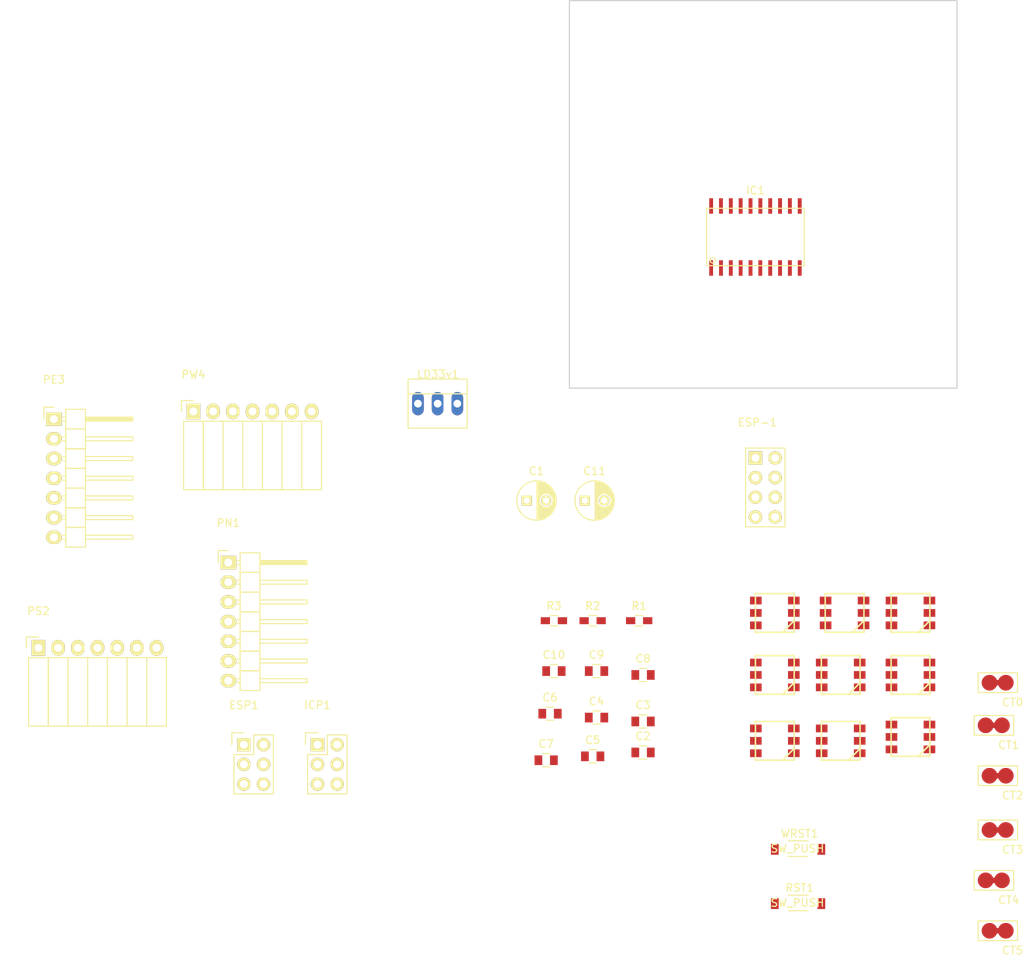
<source format=kicad_pcb>
(kicad_pcb (version 4) (host pcbnew "(2016-01-16 BZR 6488, Git a9216b9)-product")

  (general
    (links 124)
    (no_connects 124)
    (area 114.924999 74.924999 165.075001 125.075001)
    (thickness 1.6)
    (drawings 4)
    (tracks 0)
    (zones 0)
    (modules 40)
    (nets 46)
  )

  (page A4)
  (layers
    (0 F.Cu signal)
    (31 B.Cu signal)
    (32 B.Adhes user)
    (33 F.Adhes user)
    (34 B.Paste user)
    (35 F.Paste user)
    (36 B.SilkS user)
    (37 F.SilkS user)
    (38 B.Mask user)
    (39 F.Mask user)
    (40 Dwgs.User user)
    (41 Cmts.User user)
    (42 Eco1.User user)
    (43 Eco2.User user)
    (44 Edge.Cuts user)
    (45 Margin user)
    (46 B.CrtYd user)
    (47 F.CrtYd user)
    (48 B.Fab user)
    (49 F.Fab user)
  )

  (setup
    (last_trace_width 0.25)
    (trace_clearance 0.2)
    (zone_clearance 0.508)
    (zone_45_only no)
    (trace_min 0.2)
    (segment_width 0.2)
    (edge_width 0.15)
    (via_size 0.6)
    (via_drill 0.4)
    (via_min_size 0.4)
    (via_min_drill 0.3)
    (uvia_size 0.3)
    (uvia_drill 0.1)
    (uvias_allowed no)
    (uvia_min_size 0.2)
    (uvia_min_drill 0.1)
    (pcb_text_width 0.3)
    (pcb_text_size 1.5 1.5)
    (mod_edge_width 0.15)
    (mod_text_size 1 1)
    (mod_text_width 0.15)
    (pad_size 1.524 1.524)
    (pad_drill 0.762)
    (pad_to_mask_clearance 0.2)
    (aux_axis_origin 0 0)
    (visible_elements FFFFFF7F)
    (pcbplotparams
      (layerselection 0x00030_ffffffff)
      (usegerberextensions false)
      (excludeedgelayer true)
      (linewidth 0.100000)
      (plotframeref false)
      (viasonmask false)
      (mode 1)
      (useauxorigin false)
      (hpglpennumber 1)
      (hpglpenspeed 20)
      (hpglpendiameter 15)
      (hpglpenoverlay 2)
      (psnegative false)
      (psa4output false)
      (plotreference true)
      (plotvalue true)
      (plotinvisibletext false)
      (padsonsilk false)
      (subtractmaskfromsilk false)
      (outputformat 1)
      (mirror false)
      (drillshape 1)
      (scaleselection 1)
      (outputdirectory ""))
  )

  (net 0 "")
  (net 1 "Net-(C1-Pad1)")
  (net 2 GND)
  (net 3 +5V)
  (net 4 "Net-(CT0-Pad1)")
  (net 5 "Net-(CT1-Pad1)")
  (net 6 "Net-(CT2-Pad1)")
  (net 7 "Net-(CT3-Pad1)")
  (net 8 "Net-(CT4-Pad1)")
  (net 9 "Net-(CT5-Pad1)")
  (net 10 "Net-(ESP-1-Pad1)")
  (net 11 "Net-(ESP-1-Pad4)")
  (net 12 "Net-(ESP-1-Pad5)")
  (net 13 "Net-(ESP-1-Pad6)")
  (net 14 "Net-(ESP-1-Pad8)")
  (net 15 "Net-(ESP1-Pad2)")
  (net 16 "Net-(ESP1-Pad3)")
  (net 17 "Net-(ESP1-Pad4)")
  (net 18 "Net-(IC1-Pad1)")
  (net 19 "Net-(IC1-Pad4)")
  (net 20 "Net-(IC1-Pad5)")
  (net 21 "Net-(IC1-Pad12)")
  (net 22 "Net-(IC1-Pad13)")
  (net 23 "Net-(IC1-Pad14)")
  (net 24 "Net-(IC1-Pad15)")
  (net 25 "Net-(IC1-Pad17)")
  (net 26 "Net-(IC1-Pad18)")
  (net 27 "Net-(IC1-Pad19)")
  (net 28 "Net-(LED-1-Pad1)")
  (net 29 "Net-(LED-1-Pad4)")
  (net 30 "Net-(LED-2-Pad1)")
  (net 31 "Net-(LED-2-Pad4)")
  (net 32 "Net-(LED-3-Pad1)")
  (net 33 "Net-(LED-3-Pad4)")
  (net 34 "Net-(LED-4-Pad1)")
  (net 35 "Net-(LED-4-Pad4)")
  (net 36 "Net-(LED-5-Pad1)")
  (net 37 "Net-(LED-5-Pad4)")
  (net 38 "Net-(LED-6-Pad1)")
  (net 39 "Net-(LED-6-Pad4)")
  (net 40 "Net-(LED-7-Pad1)")
  (net 41 "Net-(LED-7-Pad4)")
  (net 42 "Net-(LED-8-Pad1)")
  (net 43 "Net-(LED-8-Pad4)")
  (net 44 "Net-(LED-9-Pad1)")
  (net 45 "Net-(LED-9-Pad4)")

  (net_class Default "This is the default net class."
    (clearance 0.2)
    (trace_width 0.25)
    (via_dia 0.6)
    (via_drill 0.4)
    (uvia_dia 0.3)
    (uvia_drill 0.1)
    (add_net +5V)
    (add_net GND)
    (add_net "Net-(C1-Pad1)")
    (add_net "Net-(CT0-Pad1)")
    (add_net "Net-(CT1-Pad1)")
    (add_net "Net-(CT2-Pad1)")
    (add_net "Net-(CT3-Pad1)")
    (add_net "Net-(CT4-Pad1)")
    (add_net "Net-(CT5-Pad1)")
    (add_net "Net-(ESP-1-Pad1)")
    (add_net "Net-(ESP-1-Pad4)")
    (add_net "Net-(ESP-1-Pad5)")
    (add_net "Net-(ESP-1-Pad6)")
    (add_net "Net-(ESP-1-Pad8)")
    (add_net "Net-(ESP1-Pad2)")
    (add_net "Net-(ESP1-Pad3)")
    (add_net "Net-(ESP1-Pad4)")
    (add_net "Net-(IC1-Pad1)")
    (add_net "Net-(IC1-Pad12)")
    (add_net "Net-(IC1-Pad13)")
    (add_net "Net-(IC1-Pad14)")
    (add_net "Net-(IC1-Pad15)")
    (add_net "Net-(IC1-Pad17)")
    (add_net "Net-(IC1-Pad18)")
    (add_net "Net-(IC1-Pad19)")
    (add_net "Net-(IC1-Pad4)")
    (add_net "Net-(IC1-Pad5)")
    (add_net "Net-(LED-1-Pad1)")
    (add_net "Net-(LED-1-Pad4)")
    (add_net "Net-(LED-2-Pad1)")
    (add_net "Net-(LED-2-Pad4)")
    (add_net "Net-(LED-3-Pad1)")
    (add_net "Net-(LED-3-Pad4)")
    (add_net "Net-(LED-4-Pad1)")
    (add_net "Net-(LED-4-Pad4)")
    (add_net "Net-(LED-5-Pad1)")
    (add_net "Net-(LED-5-Pad4)")
    (add_net "Net-(LED-6-Pad1)")
    (add_net "Net-(LED-6-Pad4)")
    (add_net "Net-(LED-7-Pad1)")
    (add_net "Net-(LED-7-Pad4)")
    (add_net "Net-(LED-8-Pad1)")
    (add_net "Net-(LED-8-Pad4)")
    (add_net "Net-(LED-9-Pad1)")
    (add_net "Net-(LED-9-Pad4)")
  )

  (module Capacitors_ThroughHole:C_Radial_D5_L6_P2.5 (layer F.Cu) (tedit 0) (tstamp 56A5246D)
    (at 109.5 139.5)
    (descr "Radial Electrolytic Capacitor Diameter 5mm x Length 6mm, Pitch 2.5mm")
    (tags "Electrolytic Capacitor")
    (path /56A55ACE)
    (fp_text reference C1 (at 1.25 -3.8) (layer F.SilkS)
      (effects (font (size 1 1) (thickness 0.15)))
    )
    (fp_text value 100uF (at 1.25 3.8) (layer F.Fab)
      (effects (font (size 1 1) (thickness 0.15)))
    )
    (fp_line (start 1.325 -2.499) (end 1.325 2.499) (layer F.SilkS) (width 0.15))
    (fp_line (start 1.465 -2.491) (end 1.465 2.491) (layer F.SilkS) (width 0.15))
    (fp_line (start 1.605 -2.475) (end 1.605 -0.095) (layer F.SilkS) (width 0.15))
    (fp_line (start 1.605 0.095) (end 1.605 2.475) (layer F.SilkS) (width 0.15))
    (fp_line (start 1.745 -2.451) (end 1.745 -0.49) (layer F.SilkS) (width 0.15))
    (fp_line (start 1.745 0.49) (end 1.745 2.451) (layer F.SilkS) (width 0.15))
    (fp_line (start 1.885 -2.418) (end 1.885 -0.657) (layer F.SilkS) (width 0.15))
    (fp_line (start 1.885 0.657) (end 1.885 2.418) (layer F.SilkS) (width 0.15))
    (fp_line (start 2.025 -2.377) (end 2.025 -0.764) (layer F.SilkS) (width 0.15))
    (fp_line (start 2.025 0.764) (end 2.025 2.377) (layer F.SilkS) (width 0.15))
    (fp_line (start 2.165 -2.327) (end 2.165 -0.835) (layer F.SilkS) (width 0.15))
    (fp_line (start 2.165 0.835) (end 2.165 2.327) (layer F.SilkS) (width 0.15))
    (fp_line (start 2.305 -2.266) (end 2.305 -0.879) (layer F.SilkS) (width 0.15))
    (fp_line (start 2.305 0.879) (end 2.305 2.266) (layer F.SilkS) (width 0.15))
    (fp_line (start 2.445 -2.196) (end 2.445 -0.898) (layer F.SilkS) (width 0.15))
    (fp_line (start 2.445 0.898) (end 2.445 2.196) (layer F.SilkS) (width 0.15))
    (fp_line (start 2.585 -2.114) (end 2.585 -0.896) (layer F.SilkS) (width 0.15))
    (fp_line (start 2.585 0.896) (end 2.585 2.114) (layer F.SilkS) (width 0.15))
    (fp_line (start 2.725 -2.019) (end 2.725 -0.871) (layer F.SilkS) (width 0.15))
    (fp_line (start 2.725 0.871) (end 2.725 2.019) (layer F.SilkS) (width 0.15))
    (fp_line (start 2.865 -1.908) (end 2.865 -0.823) (layer F.SilkS) (width 0.15))
    (fp_line (start 2.865 0.823) (end 2.865 1.908) (layer F.SilkS) (width 0.15))
    (fp_line (start 3.005 -1.78) (end 3.005 -0.745) (layer F.SilkS) (width 0.15))
    (fp_line (start 3.005 0.745) (end 3.005 1.78) (layer F.SilkS) (width 0.15))
    (fp_line (start 3.145 -1.631) (end 3.145 -0.628) (layer F.SilkS) (width 0.15))
    (fp_line (start 3.145 0.628) (end 3.145 1.631) (layer F.SilkS) (width 0.15))
    (fp_line (start 3.285 -1.452) (end 3.285 -0.44) (layer F.SilkS) (width 0.15))
    (fp_line (start 3.285 0.44) (end 3.285 1.452) (layer F.SilkS) (width 0.15))
    (fp_line (start 3.425 -1.233) (end 3.425 1.233) (layer F.SilkS) (width 0.15))
    (fp_line (start 3.565 -0.944) (end 3.565 0.944) (layer F.SilkS) (width 0.15))
    (fp_line (start 3.705 -0.472) (end 3.705 0.472) (layer F.SilkS) (width 0.15))
    (fp_circle (center 2.5 0) (end 2.5 -0.9) (layer F.SilkS) (width 0.15))
    (fp_circle (center 1.25 0) (end 1.25 -2.5375) (layer F.SilkS) (width 0.15))
    (fp_circle (center 1.25 0) (end 1.25 -2.8) (layer F.CrtYd) (width 0.05))
    (pad 1 thru_hole rect (at 0 0) (size 1.3 1.3) (drill 0.8) (layers *.Cu *.Mask F.SilkS)
      (net 1 "Net-(C1-Pad1)"))
    (pad 2 thru_hole circle (at 2.5 0) (size 1.3 1.3) (drill 0.8) (layers *.Cu *.Mask F.SilkS)
      (net 2 GND))
    (model Capacitors_ThroughHole.3dshapes/C_Radial_D5_L6_P2.5.wrl
      (at (xyz 0.0492126 0 0))
      (scale (xyz 1 1 1))
      (rotate (xyz 0 0 90))
    )
  )

  (module Capacitors_SMD:C_0805 (layer F.Cu) (tedit 5415D6EA) (tstamp 56A52473)
    (at 124.5 172)
    (descr "Capacitor SMD 0805, reflow soldering, AVX (see smccp.pdf)")
    (tags "capacitor 0805")
    (path /569DF071)
    (attr smd)
    (fp_text reference C2 (at 0 -2.1) (layer F.SilkS)
      (effects (font (size 1 1) (thickness 0.15)))
    )
    (fp_text value 100nF (at 0 2.1) (layer F.Fab)
      (effects (font (size 1 1) (thickness 0.15)))
    )
    (fp_line (start -1.8 -1) (end 1.8 -1) (layer F.CrtYd) (width 0.05))
    (fp_line (start -1.8 1) (end 1.8 1) (layer F.CrtYd) (width 0.05))
    (fp_line (start -1.8 -1) (end -1.8 1) (layer F.CrtYd) (width 0.05))
    (fp_line (start 1.8 -1) (end 1.8 1) (layer F.CrtYd) (width 0.05))
    (fp_line (start 0.5 -0.85) (end -0.5 -0.85) (layer F.SilkS) (width 0.15))
    (fp_line (start -0.5 0.85) (end 0.5 0.85) (layer F.SilkS) (width 0.15))
    (pad 1 smd rect (at -1 0) (size 1 1.25) (layers F.Cu F.Paste F.Mask)
      (net 2 GND))
    (pad 2 smd rect (at 1 0) (size 1 1.25) (layers F.Cu F.Paste F.Mask)
      (net 3 +5V))
    (model Capacitors_SMD.3dshapes/C_0805.wrl
      (at (xyz 0 0 0))
      (scale (xyz 1 1 1))
      (rotate (xyz 0 0 0))
    )
  )

  (module Capacitors_SMD:C_0805 (layer F.Cu) (tedit 5415D6EA) (tstamp 56A52479)
    (at 124.5 168)
    (descr "Capacitor SMD 0805, reflow soldering, AVX (see smccp.pdf)")
    (tags "capacitor 0805")
    (path /569DF0C1)
    (attr smd)
    (fp_text reference C3 (at 0 -2.1) (layer F.SilkS)
      (effects (font (size 1 1) (thickness 0.15)))
    )
    (fp_text value 100nF (at 0 2.1) (layer F.Fab)
      (effects (font (size 1 1) (thickness 0.15)))
    )
    (fp_line (start -1.8 -1) (end 1.8 -1) (layer F.CrtYd) (width 0.05))
    (fp_line (start -1.8 1) (end 1.8 1) (layer F.CrtYd) (width 0.05))
    (fp_line (start -1.8 -1) (end -1.8 1) (layer F.CrtYd) (width 0.05))
    (fp_line (start 1.8 -1) (end 1.8 1) (layer F.CrtYd) (width 0.05))
    (fp_line (start 0.5 -0.85) (end -0.5 -0.85) (layer F.SilkS) (width 0.15))
    (fp_line (start -0.5 0.85) (end 0.5 0.85) (layer F.SilkS) (width 0.15))
    (pad 1 smd rect (at -1 0) (size 1 1.25) (layers F.Cu F.Paste F.Mask)
      (net 2 GND))
    (pad 2 smd rect (at 1 0) (size 1 1.25) (layers F.Cu F.Paste F.Mask)
      (net 3 +5V))
    (model Capacitors_SMD.3dshapes/C_0805.wrl
      (at (xyz 0 0 0))
      (scale (xyz 1 1 1))
      (rotate (xyz 0 0 0))
    )
  )

  (module Capacitors_SMD:C_0805 (layer F.Cu) (tedit 5415D6EA) (tstamp 56A5247F)
    (at 118.5 167.5)
    (descr "Capacitor SMD 0805, reflow soldering, AVX (see smccp.pdf)")
    (tags "capacitor 0805")
    (path /569DEBE5)
    (attr smd)
    (fp_text reference C4 (at 0 -2.1) (layer F.SilkS)
      (effects (font (size 1 1) (thickness 0.15)))
    )
    (fp_text value 100nF (at 0 2.1) (layer F.Fab)
      (effects (font (size 1 1) (thickness 0.15)))
    )
    (fp_line (start -1.8 -1) (end 1.8 -1) (layer F.CrtYd) (width 0.05))
    (fp_line (start -1.8 1) (end 1.8 1) (layer F.CrtYd) (width 0.05))
    (fp_line (start -1.8 -1) (end -1.8 1) (layer F.CrtYd) (width 0.05))
    (fp_line (start 1.8 -1) (end 1.8 1) (layer F.CrtYd) (width 0.05))
    (fp_line (start 0.5 -0.85) (end -0.5 -0.85) (layer F.SilkS) (width 0.15))
    (fp_line (start -0.5 0.85) (end 0.5 0.85) (layer F.SilkS) (width 0.15))
    (pad 1 smd rect (at -1 0) (size 1 1.25) (layers F.Cu F.Paste F.Mask)
      (net 2 GND))
    (pad 2 smd rect (at 1 0) (size 1 1.25) (layers F.Cu F.Paste F.Mask)
      (net 3 +5V))
    (model Capacitors_SMD.3dshapes/C_0805.wrl
      (at (xyz 0 0 0))
      (scale (xyz 1 1 1))
      (rotate (xyz 0 0 0))
    )
  )

  (module Capacitors_SMD:C_0805 (layer F.Cu) (tedit 5415D6EA) (tstamp 56A52485)
    (at 118 172.5)
    (descr "Capacitor SMD 0805, reflow soldering, AVX (see smccp.pdf)")
    (tags "capacitor 0805")
    (path /569DFFF9)
    (attr smd)
    (fp_text reference C5 (at 0 -2.1) (layer F.SilkS)
      (effects (font (size 1 1) (thickness 0.15)))
    )
    (fp_text value 100nF (at 0 2.1) (layer F.Fab)
      (effects (font (size 1 1) (thickness 0.15)))
    )
    (fp_line (start -1.8 -1) (end 1.8 -1) (layer F.CrtYd) (width 0.05))
    (fp_line (start -1.8 1) (end 1.8 1) (layer F.CrtYd) (width 0.05))
    (fp_line (start -1.8 -1) (end -1.8 1) (layer F.CrtYd) (width 0.05))
    (fp_line (start 1.8 -1) (end 1.8 1) (layer F.CrtYd) (width 0.05))
    (fp_line (start 0.5 -0.85) (end -0.5 -0.85) (layer F.SilkS) (width 0.15))
    (fp_line (start -0.5 0.85) (end 0.5 0.85) (layer F.SilkS) (width 0.15))
    (pad 1 smd rect (at -1 0) (size 1 1.25) (layers F.Cu F.Paste F.Mask)
      (net 2 GND))
    (pad 2 smd rect (at 1 0) (size 1 1.25) (layers F.Cu F.Paste F.Mask)
      (net 3 +5V))
    (model Capacitors_SMD.3dshapes/C_0805.wrl
      (at (xyz 0 0 0))
      (scale (xyz 1 1 1))
      (rotate (xyz 0 0 0))
    )
  )

  (module Capacitors_SMD:C_0805 (layer F.Cu) (tedit 5415D6EA) (tstamp 56A5248B)
    (at 112.5 167)
    (descr "Capacitor SMD 0805, reflow soldering, AVX (see smccp.pdf)")
    (tags "capacitor 0805")
    (path /569DFFA4)
    (attr smd)
    (fp_text reference C6 (at 0 -2.1) (layer F.SilkS)
      (effects (font (size 1 1) (thickness 0.15)))
    )
    (fp_text value 100nF (at 0 2.1) (layer F.Fab)
      (effects (font (size 1 1) (thickness 0.15)))
    )
    (fp_line (start -1.8 -1) (end 1.8 -1) (layer F.CrtYd) (width 0.05))
    (fp_line (start -1.8 1) (end 1.8 1) (layer F.CrtYd) (width 0.05))
    (fp_line (start -1.8 -1) (end -1.8 1) (layer F.CrtYd) (width 0.05))
    (fp_line (start 1.8 -1) (end 1.8 1) (layer F.CrtYd) (width 0.05))
    (fp_line (start 0.5 -0.85) (end -0.5 -0.85) (layer F.SilkS) (width 0.15))
    (fp_line (start -0.5 0.85) (end 0.5 0.85) (layer F.SilkS) (width 0.15))
    (pad 1 smd rect (at -1 0) (size 1 1.25) (layers F.Cu F.Paste F.Mask)
      (net 2 GND))
    (pad 2 smd rect (at 1 0) (size 1 1.25) (layers F.Cu F.Paste F.Mask)
      (net 3 +5V))
    (model Capacitors_SMD.3dshapes/C_0805.wrl
      (at (xyz 0 0 0))
      (scale (xyz 1 1 1))
      (rotate (xyz 0 0 0))
    )
  )

  (module Capacitors_SMD:C_0805 (layer F.Cu) (tedit 5415D6EA) (tstamp 56A52491)
    (at 112 173)
    (descr "Capacitor SMD 0805, reflow soldering, AVX (see smccp.pdf)")
    (tags "capacitor 0805")
    (path /569DFF58)
    (attr smd)
    (fp_text reference C7 (at 0 -2.1) (layer F.SilkS)
      (effects (font (size 1 1) (thickness 0.15)))
    )
    (fp_text value 100nF (at 0 2.1) (layer F.Fab)
      (effects (font (size 1 1) (thickness 0.15)))
    )
    (fp_line (start -1.8 -1) (end 1.8 -1) (layer F.CrtYd) (width 0.05))
    (fp_line (start -1.8 1) (end 1.8 1) (layer F.CrtYd) (width 0.05))
    (fp_line (start -1.8 -1) (end -1.8 1) (layer F.CrtYd) (width 0.05))
    (fp_line (start 1.8 -1) (end 1.8 1) (layer F.CrtYd) (width 0.05))
    (fp_line (start 0.5 -0.85) (end -0.5 -0.85) (layer F.SilkS) (width 0.15))
    (fp_line (start -0.5 0.85) (end 0.5 0.85) (layer F.SilkS) (width 0.15))
    (pad 1 smd rect (at -1 0) (size 1 1.25) (layers F.Cu F.Paste F.Mask)
      (net 2 GND))
    (pad 2 smd rect (at 1 0) (size 1 1.25) (layers F.Cu F.Paste F.Mask)
      (net 3 +5V))
    (model Capacitors_SMD.3dshapes/C_0805.wrl
      (at (xyz 0 0 0))
      (scale (xyz 1 1 1))
      (rotate (xyz 0 0 0))
    )
  )

  (module Capacitors_SMD:C_0805 (layer F.Cu) (tedit 5415D6EA) (tstamp 56A52497)
    (at 124.5 162)
    (descr "Capacitor SMD 0805, reflow soldering, AVX (see smccp.pdf)")
    (tags "capacitor 0805")
    (path /569E0861)
    (attr smd)
    (fp_text reference C8 (at 0 -2.1) (layer F.SilkS)
      (effects (font (size 1 1) (thickness 0.15)))
    )
    (fp_text value 100nF (at 0 2.1) (layer F.Fab)
      (effects (font (size 1 1) (thickness 0.15)))
    )
    (fp_line (start -1.8 -1) (end 1.8 -1) (layer F.CrtYd) (width 0.05))
    (fp_line (start -1.8 1) (end 1.8 1) (layer F.CrtYd) (width 0.05))
    (fp_line (start -1.8 -1) (end -1.8 1) (layer F.CrtYd) (width 0.05))
    (fp_line (start 1.8 -1) (end 1.8 1) (layer F.CrtYd) (width 0.05))
    (fp_line (start 0.5 -0.85) (end -0.5 -0.85) (layer F.SilkS) (width 0.15))
    (fp_line (start -0.5 0.85) (end 0.5 0.85) (layer F.SilkS) (width 0.15))
    (pad 1 smd rect (at -1 0) (size 1 1.25) (layers F.Cu F.Paste F.Mask)
      (net 2 GND))
    (pad 2 smd rect (at 1 0) (size 1 1.25) (layers F.Cu F.Paste F.Mask)
      (net 3 +5V))
    (model Capacitors_SMD.3dshapes/C_0805.wrl
      (at (xyz 0 0 0))
      (scale (xyz 1 1 1))
      (rotate (xyz 0 0 0))
    )
  )

  (module Capacitors_SMD:C_0805 (layer F.Cu) (tedit 5415D6EA) (tstamp 56A5249D)
    (at 118.5 161.5)
    (descr "Capacitor SMD 0805, reflow soldering, AVX (see smccp.pdf)")
    (tags "capacitor 0805")
    (path /569E06D9)
    (attr smd)
    (fp_text reference C9 (at 0 -2.1) (layer F.SilkS)
      (effects (font (size 1 1) (thickness 0.15)))
    )
    (fp_text value 100nF (at 0 2.1) (layer F.Fab)
      (effects (font (size 1 1) (thickness 0.15)))
    )
    (fp_line (start -1.8 -1) (end 1.8 -1) (layer F.CrtYd) (width 0.05))
    (fp_line (start -1.8 1) (end 1.8 1) (layer F.CrtYd) (width 0.05))
    (fp_line (start -1.8 -1) (end -1.8 1) (layer F.CrtYd) (width 0.05))
    (fp_line (start 1.8 -1) (end 1.8 1) (layer F.CrtYd) (width 0.05))
    (fp_line (start 0.5 -0.85) (end -0.5 -0.85) (layer F.SilkS) (width 0.15))
    (fp_line (start -0.5 0.85) (end 0.5 0.85) (layer F.SilkS) (width 0.15))
    (pad 1 smd rect (at -1 0) (size 1 1.25) (layers F.Cu F.Paste F.Mask)
      (net 2 GND))
    (pad 2 smd rect (at 1 0) (size 1 1.25) (layers F.Cu F.Paste F.Mask)
      (net 3 +5V))
    (model Capacitors_SMD.3dshapes/C_0805.wrl
      (at (xyz 0 0 0))
      (scale (xyz 1 1 1))
      (rotate (xyz 0 0 0))
    )
  )

  (module Capacitors_SMD:C_0805 (layer F.Cu) (tedit 5415D6EA) (tstamp 56A524A3)
    (at 113 161.5)
    (descr "Capacitor SMD 0805, reflow soldering, AVX (see smccp.pdf)")
    (tags "capacitor 0805")
    (path /569E0680)
    (attr smd)
    (fp_text reference C10 (at 0 -2.1) (layer F.SilkS)
      (effects (font (size 1 1) (thickness 0.15)))
    )
    (fp_text value 100nF (at 0 2.1) (layer F.Fab)
      (effects (font (size 1 1) (thickness 0.15)))
    )
    (fp_line (start -1.8 -1) (end 1.8 -1) (layer F.CrtYd) (width 0.05))
    (fp_line (start -1.8 1) (end 1.8 1) (layer F.CrtYd) (width 0.05))
    (fp_line (start -1.8 -1) (end -1.8 1) (layer F.CrtYd) (width 0.05))
    (fp_line (start 1.8 -1) (end 1.8 1) (layer F.CrtYd) (width 0.05))
    (fp_line (start 0.5 -0.85) (end -0.5 -0.85) (layer F.SilkS) (width 0.15))
    (fp_line (start -0.5 0.85) (end 0.5 0.85) (layer F.SilkS) (width 0.15))
    (pad 1 smd rect (at -1 0) (size 1 1.25) (layers F.Cu F.Paste F.Mask)
      (net 2 GND))
    (pad 2 smd rect (at 1 0) (size 1 1.25) (layers F.Cu F.Paste F.Mask)
      (net 3 +5V))
    (model Capacitors_SMD.3dshapes/C_0805.wrl
      (at (xyz 0 0 0))
      (scale (xyz 1 1 1))
      (rotate (xyz 0 0 0))
    )
  )

  (module Capacitors_ThroughHole:C_Radial_D5_L6_P2.5 (layer F.Cu) (tedit 0) (tstamp 56A524A9)
    (at 117 139.5)
    (descr "Radial Electrolytic Capacitor Diameter 5mm x Length 6mm, Pitch 2.5mm")
    (tags "Electrolytic Capacitor")
    (path /569E60D9)
    (fp_text reference C11 (at 1.25 -3.8) (layer F.SilkS)
      (effects (font (size 1 1) (thickness 0.15)))
    )
    (fp_text value 100uF (at 1.25 3.8) (layer F.Fab)
      (effects (font (size 1 1) (thickness 0.15)))
    )
    (fp_line (start 1.325 -2.499) (end 1.325 2.499) (layer F.SilkS) (width 0.15))
    (fp_line (start 1.465 -2.491) (end 1.465 2.491) (layer F.SilkS) (width 0.15))
    (fp_line (start 1.605 -2.475) (end 1.605 -0.095) (layer F.SilkS) (width 0.15))
    (fp_line (start 1.605 0.095) (end 1.605 2.475) (layer F.SilkS) (width 0.15))
    (fp_line (start 1.745 -2.451) (end 1.745 -0.49) (layer F.SilkS) (width 0.15))
    (fp_line (start 1.745 0.49) (end 1.745 2.451) (layer F.SilkS) (width 0.15))
    (fp_line (start 1.885 -2.418) (end 1.885 -0.657) (layer F.SilkS) (width 0.15))
    (fp_line (start 1.885 0.657) (end 1.885 2.418) (layer F.SilkS) (width 0.15))
    (fp_line (start 2.025 -2.377) (end 2.025 -0.764) (layer F.SilkS) (width 0.15))
    (fp_line (start 2.025 0.764) (end 2.025 2.377) (layer F.SilkS) (width 0.15))
    (fp_line (start 2.165 -2.327) (end 2.165 -0.835) (layer F.SilkS) (width 0.15))
    (fp_line (start 2.165 0.835) (end 2.165 2.327) (layer F.SilkS) (width 0.15))
    (fp_line (start 2.305 -2.266) (end 2.305 -0.879) (layer F.SilkS) (width 0.15))
    (fp_line (start 2.305 0.879) (end 2.305 2.266) (layer F.SilkS) (width 0.15))
    (fp_line (start 2.445 -2.196) (end 2.445 -0.898) (layer F.SilkS) (width 0.15))
    (fp_line (start 2.445 0.898) (end 2.445 2.196) (layer F.SilkS) (width 0.15))
    (fp_line (start 2.585 -2.114) (end 2.585 -0.896) (layer F.SilkS) (width 0.15))
    (fp_line (start 2.585 0.896) (end 2.585 2.114) (layer F.SilkS) (width 0.15))
    (fp_line (start 2.725 -2.019) (end 2.725 -0.871) (layer F.SilkS) (width 0.15))
    (fp_line (start 2.725 0.871) (end 2.725 2.019) (layer F.SilkS) (width 0.15))
    (fp_line (start 2.865 -1.908) (end 2.865 -0.823) (layer F.SilkS) (width 0.15))
    (fp_line (start 2.865 0.823) (end 2.865 1.908) (layer F.SilkS) (width 0.15))
    (fp_line (start 3.005 -1.78) (end 3.005 -0.745) (layer F.SilkS) (width 0.15))
    (fp_line (start 3.005 0.745) (end 3.005 1.78) (layer F.SilkS) (width 0.15))
    (fp_line (start 3.145 -1.631) (end 3.145 -0.628) (layer F.SilkS) (width 0.15))
    (fp_line (start 3.145 0.628) (end 3.145 1.631) (layer F.SilkS) (width 0.15))
    (fp_line (start 3.285 -1.452) (end 3.285 -0.44) (layer F.SilkS) (width 0.15))
    (fp_line (start 3.285 0.44) (end 3.285 1.452) (layer F.SilkS) (width 0.15))
    (fp_line (start 3.425 -1.233) (end 3.425 1.233) (layer F.SilkS) (width 0.15))
    (fp_line (start 3.565 -0.944) (end 3.565 0.944) (layer F.SilkS) (width 0.15))
    (fp_line (start 3.705 -0.472) (end 3.705 0.472) (layer F.SilkS) (width 0.15))
    (fp_circle (center 2.5 0) (end 2.5 -0.9) (layer F.SilkS) (width 0.15))
    (fp_circle (center 1.25 0) (end 1.25 -2.5375) (layer F.SilkS) (width 0.15))
    (fp_circle (center 1.25 0) (end 1.25 -2.8) (layer F.CrtYd) (width 0.05))
    (pad 1 thru_hole rect (at 0 0) (size 1.3 1.3) (drill 0.8) (layers *.Cu *.Mask F.SilkS)
      (net 3 +5V))
    (pad 2 thru_hole circle (at 2.5 0) (size 1.3 1.3) (drill 0.8) (layers *.Cu *.Mask F.SilkS)
      (net 2 GND))
    (model Capacitors_ThroughHole.3dshapes/C_Radial_D5_L6_P2.5.wrl
      (at (xyz 0.0492126 0 0))
      (scale (xyz 1 1 1))
      (rotate (xyz 0 0 90))
    )
  )

  (module CutAway:Pin_Header_Straight_1x02 (layer F.Cu) (tedit 56A44EA7) (tstamp 56A524AF)
    (at 169 163)
    (descr "Through hole pin header")
    (tags "pin header")
    (path /56A5B8B4)
    (fp_text reference CT0 (at 3.175 2.54) (layer F.SilkS)
      (effects (font (size 1 1) (thickness 0.15)))
    )
    (fp_text value CUT-1 (at -0.635 2.413) (layer F.Fab)
      (effects (font (size 1 1) (thickness 0.15)))
    )
    (fp_line (start 0.889 0) (end 1.651 0) (layer F.Cu) (width 0.7))
    (fp_line (start 4.191 1.651) (end 4.191 -1.651) (layer F.CrtYd) (width 0.1))
    (fp_line (start -1.651 -1.651) (end -1.651 1.651) (layer F.CrtYd) (width 0.1))
    (fp_line (start -1.651 1.651) (end 4.191 1.651) (layer F.CrtYd) (width 0.1))
    (fp_line (start 4.191 -1.651) (end -1.651 -1.651) (layer F.CrtYd) (width 0.1))
    (fp_line (start 3.81 -1.27) (end 3.81 1.27) (layer F.SilkS) (width 0.15))
    (fp_line (start 3.81 -1.27) (end -1.27 -1.27) (layer F.SilkS) (width 0.15))
    (fp_line (start -1.27 -1.27) (end -1.27 1.27) (layer F.SilkS) (width 0.15))
    (fp_line (start -1.27 1.27) (end 3.81 1.27) (layer F.SilkS) (width 0.15))
    (pad 1 smd oval (at 0.2 0) (size 2.032 2.032) (layers F.Cu F.Paste F.Mask)
      (net 4 "Net-(CT0-Pad1)"))
    (pad 2 smd oval (at 2.3 0) (size 2.032 2.032) (layers F.Cu F.Paste F.Mask)
      (net 2 GND))
    (model Pin_Headers.3dshapes/Pin_Header_Straight_1x02.wrl
      (at (xyz 0 -0.05 0))
      (scale (xyz 1 1 1))
      (rotate (xyz 0 0 90))
    )
  )

  (module CutAway:Pin_Header_Straight_1x02 (layer F.Cu) (tedit 56A44EA7) (tstamp 56A524B5)
    (at 168.5 168.5)
    (descr "Through hole pin header")
    (tags "pin header")
    (path /56A5B0AB)
    (fp_text reference CT1 (at 3.175 2.54) (layer F.SilkS)
      (effects (font (size 1 1) (thickness 0.15)))
    )
    (fp_text value CUT-1 (at -0.635 2.413) (layer F.Fab)
      (effects (font (size 1 1) (thickness 0.15)))
    )
    (fp_line (start 0.889 0) (end 1.651 0) (layer F.Cu) (width 0.7))
    (fp_line (start 4.191 1.651) (end 4.191 -1.651) (layer F.CrtYd) (width 0.1))
    (fp_line (start -1.651 -1.651) (end -1.651 1.651) (layer F.CrtYd) (width 0.1))
    (fp_line (start -1.651 1.651) (end 4.191 1.651) (layer F.CrtYd) (width 0.1))
    (fp_line (start 4.191 -1.651) (end -1.651 -1.651) (layer F.CrtYd) (width 0.1))
    (fp_line (start 3.81 -1.27) (end 3.81 1.27) (layer F.SilkS) (width 0.15))
    (fp_line (start 3.81 -1.27) (end -1.27 -1.27) (layer F.SilkS) (width 0.15))
    (fp_line (start -1.27 -1.27) (end -1.27 1.27) (layer F.SilkS) (width 0.15))
    (fp_line (start -1.27 1.27) (end 3.81 1.27) (layer F.SilkS) (width 0.15))
    (pad 1 smd oval (at 0.2 0) (size 2.032 2.032) (layers F.Cu F.Paste F.Mask)
      (net 5 "Net-(CT1-Pad1)"))
    (pad 2 smd oval (at 2.3 0) (size 2.032 2.032) (layers F.Cu F.Paste F.Mask)
      (net 2 GND))
    (model Pin_Headers.3dshapes/Pin_Header_Straight_1x02.wrl
      (at (xyz 0 -0.05 0))
      (scale (xyz 1 1 1))
      (rotate (xyz 0 0 90))
    )
  )

  (module CutAway:Pin_Header_Straight_1x02 (layer F.Cu) (tedit 56A44EA7) (tstamp 56A524BB)
    (at 169 175)
    (descr "Through hole pin header")
    (tags "pin header")
    (path /56A5B751)
    (fp_text reference CT2 (at 3.175 2.54) (layer F.SilkS)
      (effects (font (size 1 1) (thickness 0.15)))
    )
    (fp_text value CUT-1 (at -0.635 2.413) (layer F.Fab)
      (effects (font (size 1 1) (thickness 0.15)))
    )
    (fp_line (start 0.889 0) (end 1.651 0) (layer F.Cu) (width 0.7))
    (fp_line (start 4.191 1.651) (end 4.191 -1.651) (layer F.CrtYd) (width 0.1))
    (fp_line (start -1.651 -1.651) (end -1.651 1.651) (layer F.CrtYd) (width 0.1))
    (fp_line (start -1.651 1.651) (end 4.191 1.651) (layer F.CrtYd) (width 0.1))
    (fp_line (start 4.191 -1.651) (end -1.651 -1.651) (layer F.CrtYd) (width 0.1))
    (fp_line (start 3.81 -1.27) (end 3.81 1.27) (layer F.SilkS) (width 0.15))
    (fp_line (start 3.81 -1.27) (end -1.27 -1.27) (layer F.SilkS) (width 0.15))
    (fp_line (start -1.27 -1.27) (end -1.27 1.27) (layer F.SilkS) (width 0.15))
    (fp_line (start -1.27 1.27) (end 3.81 1.27) (layer F.SilkS) (width 0.15))
    (pad 1 smd oval (at 0.2 0) (size 2.032 2.032) (layers F.Cu F.Paste F.Mask)
      (net 6 "Net-(CT2-Pad1)"))
    (pad 2 smd oval (at 2.3 0) (size 2.032 2.032) (layers F.Cu F.Paste F.Mask)
      (net 2 GND))
    (model Pin_Headers.3dshapes/Pin_Header_Straight_1x02.wrl
      (at (xyz 0 -0.05 0))
      (scale (xyz 1 1 1))
      (rotate (xyz 0 0 90))
    )
  )

  (module CutAway:Pin_Header_Straight_1x02 (layer F.Cu) (tedit 56A44EA7) (tstamp 56A524C1)
    (at 169 182)
    (descr "Through hole pin header")
    (tags "pin header")
    (path /56A5B7C7)
    (fp_text reference CT3 (at 3.175 2.54) (layer F.SilkS)
      (effects (font (size 1 1) (thickness 0.15)))
    )
    (fp_text value CUT-1 (at -0.635 2.413) (layer F.Fab)
      (effects (font (size 1 1) (thickness 0.15)))
    )
    (fp_line (start 0.889 0) (end 1.651 0) (layer F.Cu) (width 0.7))
    (fp_line (start 4.191 1.651) (end 4.191 -1.651) (layer F.CrtYd) (width 0.1))
    (fp_line (start -1.651 -1.651) (end -1.651 1.651) (layer F.CrtYd) (width 0.1))
    (fp_line (start -1.651 1.651) (end 4.191 1.651) (layer F.CrtYd) (width 0.1))
    (fp_line (start 4.191 -1.651) (end -1.651 -1.651) (layer F.CrtYd) (width 0.1))
    (fp_line (start 3.81 -1.27) (end 3.81 1.27) (layer F.SilkS) (width 0.15))
    (fp_line (start 3.81 -1.27) (end -1.27 -1.27) (layer F.SilkS) (width 0.15))
    (fp_line (start -1.27 -1.27) (end -1.27 1.27) (layer F.SilkS) (width 0.15))
    (fp_line (start -1.27 1.27) (end 3.81 1.27) (layer F.SilkS) (width 0.15))
    (pad 1 smd oval (at 0.2 0) (size 2.032 2.032) (layers F.Cu F.Paste F.Mask)
      (net 7 "Net-(CT3-Pad1)"))
    (pad 2 smd oval (at 2.3 0) (size 2.032 2.032) (layers F.Cu F.Paste F.Mask)
      (net 2 GND))
    (model Pin_Headers.3dshapes/Pin_Header_Straight_1x02.wrl
      (at (xyz 0 -0.05 0))
      (scale (xyz 1 1 1))
      (rotate (xyz 0 0 90))
    )
  )

  (module CutAway:Pin_Header_Straight_1x02 (layer F.Cu) (tedit 56A44EA7) (tstamp 56A524C7)
    (at 168.5 188.5)
    (descr "Through hole pin header")
    (tags "pin header")
    (path /56A5B83C)
    (fp_text reference CT4 (at 3.175 2.54) (layer F.SilkS)
      (effects (font (size 1 1) (thickness 0.15)))
    )
    (fp_text value CUT-1 (at -0.635 2.413) (layer F.Fab)
      (effects (font (size 1 1) (thickness 0.15)))
    )
    (fp_line (start 0.889 0) (end 1.651 0) (layer F.Cu) (width 0.7))
    (fp_line (start 4.191 1.651) (end 4.191 -1.651) (layer F.CrtYd) (width 0.1))
    (fp_line (start -1.651 -1.651) (end -1.651 1.651) (layer F.CrtYd) (width 0.1))
    (fp_line (start -1.651 1.651) (end 4.191 1.651) (layer F.CrtYd) (width 0.1))
    (fp_line (start 4.191 -1.651) (end -1.651 -1.651) (layer F.CrtYd) (width 0.1))
    (fp_line (start 3.81 -1.27) (end 3.81 1.27) (layer F.SilkS) (width 0.15))
    (fp_line (start 3.81 -1.27) (end -1.27 -1.27) (layer F.SilkS) (width 0.15))
    (fp_line (start -1.27 -1.27) (end -1.27 1.27) (layer F.SilkS) (width 0.15))
    (fp_line (start -1.27 1.27) (end 3.81 1.27) (layer F.SilkS) (width 0.15))
    (pad 1 smd oval (at 0.2 0) (size 2.032 2.032) (layers F.Cu F.Paste F.Mask)
      (net 8 "Net-(CT4-Pad1)"))
    (pad 2 smd oval (at 2.3 0) (size 2.032 2.032) (layers F.Cu F.Paste F.Mask)
      (net 2 GND))
    (model Pin_Headers.3dshapes/Pin_Header_Straight_1x02.wrl
      (at (xyz 0 -0.05 0))
      (scale (xyz 1 1 1))
      (rotate (xyz 0 0 90))
    )
  )

  (module CutAway:Pin_Header_Straight_1x02 (layer F.Cu) (tedit 56A44EA7) (tstamp 56A524CD)
    (at 169 195)
    (descr "Through hole pin header")
    (tags "pin header")
    (path /56A5BF2E)
    (fp_text reference CT5 (at 3.175 2.54) (layer F.SilkS)
      (effects (font (size 1 1) (thickness 0.15)))
    )
    (fp_text value CUT-1 (at -0.635 2.413) (layer F.Fab)
      (effects (font (size 1 1) (thickness 0.15)))
    )
    (fp_line (start 0.889 0) (end 1.651 0) (layer F.Cu) (width 0.7))
    (fp_line (start 4.191 1.651) (end 4.191 -1.651) (layer F.CrtYd) (width 0.1))
    (fp_line (start -1.651 -1.651) (end -1.651 1.651) (layer F.CrtYd) (width 0.1))
    (fp_line (start -1.651 1.651) (end 4.191 1.651) (layer F.CrtYd) (width 0.1))
    (fp_line (start 4.191 -1.651) (end -1.651 -1.651) (layer F.CrtYd) (width 0.1))
    (fp_line (start 3.81 -1.27) (end 3.81 1.27) (layer F.SilkS) (width 0.15))
    (fp_line (start 3.81 -1.27) (end -1.27 -1.27) (layer F.SilkS) (width 0.15))
    (fp_line (start -1.27 -1.27) (end -1.27 1.27) (layer F.SilkS) (width 0.15))
    (fp_line (start -1.27 1.27) (end 3.81 1.27) (layer F.SilkS) (width 0.15))
    (pad 1 smd oval (at 0.2 0) (size 2.032 2.032) (layers F.Cu F.Paste F.Mask)
      (net 9 "Net-(CT5-Pad1)"))
    (pad 2 smd oval (at 2.3 0) (size 2.032 2.032) (layers F.Cu F.Paste F.Mask)
      (net 2 GND))
    (model Pin_Headers.3dshapes/Pin_Header_Straight_1x02.wrl
      (at (xyz 0 -0.05 0))
      (scale (xyz 1 1 1))
      (rotate (xyz 0 0 90))
    )
  )

  (module ESP8266:ESP-01 (layer F.Cu) (tedit 553C10FF) (tstamp 56A524D9)
    (at 139 134)
    (descr "Module, ESP-8266, ESP-01, 8 pin")
    (tags "Module ESP-8266 ESP8266")
    (path /56A3F95D)
    (fp_text reference ESP-1 (at 0.254 -4.572) (layer F.SilkS)
      (effects (font (size 1 1) (thickness 0.15)))
    )
    (fp_text value ESP-01v090 (at 12.192 3.556) (layer F.Fab)
      (effects (font (size 1 1) (thickness 0.15)))
    )
    (fp_line (start -1.778 -3.302) (end 22.86 -3.302) (layer F.Fab) (width 0.1524))
    (fp_line (start 22.86 -3.302) (end 22.86 10.922) (layer F.Fab) (width 0.1524))
    (fp_line (start 22.86 10.922) (end -1.778 10.922) (layer F.Fab) (width 0.1524))
    (fp_line (start -1.778 10.922) (end -1.778 -3.302) (layer F.Fab) (width 0.1524))
    (fp_line (start 1.27 -1.27) (end -1.27 -1.27) (layer F.SilkS) (width 0.1524))
    (fp_line (start -1.27 -1.27) (end -1.27 1.27) (layer F.SilkS) (width 0.1524))
    (fp_line (start -1.75 -1.75) (end -1.75 9.4) (layer F.CrtYd) (width 0.05))
    (fp_line (start 4.3 -1.75) (end 4.3 9.4) (layer F.CrtYd) (width 0.05))
    (fp_line (start -1.75 -1.75) (end 4.3 -1.75) (layer F.CrtYd) (width 0.05))
    (fp_line (start -1.75 9.4) (end 4.3 9.4) (layer F.CrtYd) (width 0.05))
    (fp_line (start -1.27 1.27) (end -1.27 8.89) (layer F.SilkS) (width 0.1524))
    (fp_line (start -1.27 8.89) (end 3.81 8.89) (layer F.SilkS) (width 0.1524))
    (fp_line (start 3.81 8.89) (end 3.81 -1.27) (layer F.SilkS) (width 0.1524))
    (fp_line (start 3.81 -1.27) (end 1.27 -1.27) (layer F.SilkS) (width 0.1524))
    (pad 1 thru_hole rect (at 0 0) (size 1.7272 1.7272) (drill 1.016) (layers *.Cu *.Mask F.SilkS)
      (net 10 "Net-(ESP-1-Pad1)"))
    (pad 2 thru_hole oval (at 2.54 0) (size 1.7272 1.7272) (drill 1.016) (layers *.Cu *.Mask F.SilkS)
      (net 2 GND))
    (pad 3 thru_hole oval (at 0 2.54) (size 1.7272 1.7272) (drill 1.016) (layers *.Cu *.Mask F.SilkS)
      (net 1 "Net-(C1-Pad1)"))
    (pad 4 thru_hole oval (at 2.54 2.54) (size 1.7272 1.7272) (drill 1.016) (layers *.Cu *.Mask F.SilkS)
      (net 11 "Net-(ESP-1-Pad4)"))
    (pad 5 thru_hole oval (at 0 5.08) (size 1.7272 1.7272) (drill 1.016) (layers *.Cu *.Mask F.SilkS)
      (net 12 "Net-(ESP-1-Pad5)"))
    (pad 6 thru_hole oval (at 2.54 5.08) (size 1.7272 1.7272) (drill 1.016) (layers *.Cu *.Mask F.SilkS)
      (net 13 "Net-(ESP-1-Pad6)"))
    (pad 7 thru_hole oval (at 0 7.62) (size 1.7272 1.7272) (drill 1.016) (layers *.Cu *.Mask F.SilkS)
      (net 1 "Net-(C1-Pad1)"))
    (pad 8 thru_hole oval (at 2.54 7.62) (size 1.7272 1.7272) (drill 1.016) (layers *.Cu *.Mask F.SilkS)
      (net 14 "Net-(ESP-1-Pad8)"))
  )

  (module Pin_Headers:Pin_Header_Straight_2x03 (layer F.Cu) (tedit 54EA0A4B) (tstamp 56A524E3)
    (at 73 171)
    (descr "Through hole pin header")
    (tags "pin header")
    (path /56A442E3)
    (fp_text reference ESP1 (at 0 -5.1) (layer F.SilkS)
      (effects (font (size 1 1) (thickness 0.15)))
    )
    (fp_text value CONN_02X03 (at 0 -3.1) (layer F.Fab)
      (effects (font (size 1 1) (thickness 0.15)))
    )
    (fp_line (start -1.27 1.27) (end -1.27 6.35) (layer F.SilkS) (width 0.15))
    (fp_line (start -1.55 -1.55) (end 0 -1.55) (layer F.SilkS) (width 0.15))
    (fp_line (start -1.75 -1.75) (end -1.75 6.85) (layer F.CrtYd) (width 0.05))
    (fp_line (start 4.3 -1.75) (end 4.3 6.85) (layer F.CrtYd) (width 0.05))
    (fp_line (start -1.75 -1.75) (end 4.3 -1.75) (layer F.CrtYd) (width 0.05))
    (fp_line (start -1.75 6.85) (end 4.3 6.85) (layer F.CrtYd) (width 0.05))
    (fp_line (start 1.27 -1.27) (end 1.27 1.27) (layer F.SilkS) (width 0.15))
    (fp_line (start 1.27 1.27) (end -1.27 1.27) (layer F.SilkS) (width 0.15))
    (fp_line (start -1.27 6.35) (end 3.81 6.35) (layer F.SilkS) (width 0.15))
    (fp_line (start 3.81 6.35) (end 3.81 1.27) (layer F.SilkS) (width 0.15))
    (fp_line (start -1.55 -1.55) (end -1.55 0) (layer F.SilkS) (width 0.15))
    (fp_line (start 3.81 -1.27) (end 1.27 -1.27) (layer F.SilkS) (width 0.15))
    (fp_line (start 3.81 1.27) (end 3.81 -1.27) (layer F.SilkS) (width 0.15))
    (pad 1 thru_hole rect (at 0 0) (size 1.7272 1.7272) (drill 1.016) (layers *.Cu *.Mask F.SilkS)
      (net 10 "Net-(ESP-1-Pad1)"))
    (pad 2 thru_hole oval (at 2.54 0) (size 1.7272 1.7272) (drill 1.016) (layers *.Cu *.Mask F.SilkS)
      (net 15 "Net-(ESP1-Pad2)"))
    (pad 3 thru_hole oval (at 0 2.54) (size 1.7272 1.7272) (drill 1.016) (layers *.Cu *.Mask F.SilkS)
      (net 16 "Net-(ESP1-Pad3)"))
    (pad 4 thru_hole oval (at 2.54 2.54) (size 1.7272 1.7272) (drill 1.016) (layers *.Cu *.Mask F.SilkS)
      (net 17 "Net-(ESP1-Pad4)"))
    (pad 5 thru_hole oval (at 0 5.08) (size 1.7272 1.7272) (drill 1.016) (layers *.Cu *.Mask F.SilkS)
      (net 13 "Net-(ESP-1-Pad6)"))
    (pad 6 thru_hole oval (at 2.54 5.08) (size 1.7272 1.7272) (drill 1.016) (layers *.Cu *.Mask F.SilkS)
      (net 2 GND))
    (model Pin_Headers.3dshapes/Pin_Header_Straight_2x03.wrl
      (at (xyz 0.05 -0.1 0))
      (scale (xyz 1 1 1))
      (rotate (xyz 0 0 90))
    )
  )

  (module guan:SOIC20-7.4MM (layer F.Cu) (tedit 513528BF) (tstamp 56A524FB)
    (at 139 105.5)
    (path /569DB25D)
    (fp_text reference IC1 (at 0 -6) (layer F.SilkS)
      (effects (font (size 1 1) (thickness 0.15)))
    )
    (fp_text value ATTINY2313-S (at 0 5) (layer F.SilkS) hide
      (effects (font (size 1 1) (thickness 0.15)))
    )
    (fp_circle (center -5.5 3) (end -5.25 2.75) (layer F.SilkS) (width 0.15))
    (fp_line (start 6.3 -3.7) (end 6.3 3.7) (layer F.SilkS) (width 0.15))
    (fp_line (start 6.3 3.7) (end -6.3 3.7) (layer F.SilkS) (width 0.15))
    (fp_line (start -6.3 3.7) (end -6.3 -3.7) (layer F.SilkS) (width 0.15))
    (fp_line (start -6.3 -3.7) (end 6.3 -3.7) (layer F.SilkS) (width 0.15))
    (pad 1 smd rect (at -5.715 4) (size 0.5 2) (layers F.Cu F.Paste F.Mask)
      (net 18 "Net-(IC1-Pad1)"))
    (pad 2 smd rect (at -4.445 4) (size 0.5 2) (layers F.Cu F.Paste F.Mask)
      (net 15 "Net-(ESP1-Pad2)"))
    (pad 3 smd rect (at -3.175 4) (size 0.5 2) (layers F.Cu F.Paste F.Mask)
      (net 17 "Net-(ESP1-Pad4)"))
    (pad 4 smd rect (at -1.905 4) (size 0.5 2) (layers F.Cu F.Paste F.Mask)
      (net 19 "Net-(IC1-Pad4)"))
    (pad 5 smd rect (at -0.635 4) (size 0.5 2) (layers F.Cu F.Paste F.Mask)
      (net 20 "Net-(IC1-Pad5)"))
    (pad 6 smd rect (at 0.625 4) (size 0.5 2) (layers F.Cu F.Paste F.Mask)
      (net 5 "Net-(CT1-Pad1)"))
    (pad 7 smd rect (at 1.905 4) (size 0.5 2) (layers F.Cu F.Paste F.Mask)
      (net 6 "Net-(CT2-Pad1)"))
    (pad 8 smd rect (at 3.175 4) (size 0.5 2) (layers F.Cu F.Paste F.Mask)
      (net 7 "Net-(CT3-Pad1)"))
    (pad 9 smd rect (at 4.445 4) (size 0.5 2) (layers F.Cu F.Paste F.Mask)
      (net 8 "Net-(CT4-Pad1)"))
    (pad 10 smd rect (at 5.715 4) (size 0.5 2) (layers F.Cu F.Paste F.Mask)
      (net 2 GND))
    (pad 11 smd rect (at 5.715 -4) (size 0.5 2) (layers F.Cu F.Paste F.Mask)
      (net 9 "Net-(CT5-Pad1)"))
    (pad 12 smd rect (at 4.445 -4) (size 0.5 2) (layers F.Cu F.Paste F.Mask)
      (net 21 "Net-(IC1-Pad12)"))
    (pad 13 smd rect (at 3.175 -4) (size 0.5 2) (layers F.Cu F.Paste F.Mask)
      (net 22 "Net-(IC1-Pad13)"))
    (pad 14 smd rect (at 1.905 -4) (size 0.5 2) (layers F.Cu F.Paste F.Mask)
      (net 23 "Net-(IC1-Pad14)"))
    (pad 15 smd rect (at 0.635 -4) (size 0.5 2) (layers F.Cu F.Paste F.Mask)
      (net 24 "Net-(IC1-Pad15)"))
    (pad 16 smd rect (at -0.635 -4) (size 0.5 2) (layers F.Cu F.Paste F.Mask)
      (net 4 "Net-(CT0-Pad1)"))
    (pad 17 smd rect (at -1.905 -4) (size 0.5 2) (layers F.Cu F.Paste F.Mask)
      (net 25 "Net-(IC1-Pad17)"))
    (pad 18 smd rect (at -3.175 -4) (size 0.5 2) (layers F.Cu F.Paste F.Mask)
      (net 26 "Net-(IC1-Pad18)"))
    (pad 19 smd rect (at -4.445 -4) (size 0.5 2) (layers F.Cu F.Paste F.Mask)
      (net 27 "Net-(IC1-Pad19)"))
    (pad 20 smd rect (at -5.715 -4) (size 0.5 2) (layers F.Cu F.Paste F.Mask)
      (net 3 +5V))
  )

  (module Pin_Headers:Pin_Header_Straight_2x03 (layer F.Cu) (tedit 54EA0A4B) (tstamp 56A52505)
    (at 82.5 171)
    (descr "Through hole pin header")
    (tags "pin header")
    (path /56A4A4E1)
    (fp_text reference ICP1 (at 0 -5.1) (layer F.SilkS)
      (effects (font (size 1 1) (thickness 0.15)))
    )
    (fp_text value CONN_02X03 (at 0 -3.1) (layer F.Fab)
      (effects (font (size 1 1) (thickness 0.15)))
    )
    (fp_line (start -1.27 1.27) (end -1.27 6.35) (layer F.SilkS) (width 0.15))
    (fp_line (start -1.55 -1.55) (end 0 -1.55) (layer F.SilkS) (width 0.15))
    (fp_line (start -1.75 -1.75) (end -1.75 6.85) (layer F.CrtYd) (width 0.05))
    (fp_line (start 4.3 -1.75) (end 4.3 6.85) (layer F.CrtYd) (width 0.05))
    (fp_line (start -1.75 -1.75) (end 4.3 -1.75) (layer F.CrtYd) (width 0.05))
    (fp_line (start -1.75 6.85) (end 4.3 6.85) (layer F.CrtYd) (width 0.05))
    (fp_line (start 1.27 -1.27) (end 1.27 1.27) (layer F.SilkS) (width 0.15))
    (fp_line (start 1.27 1.27) (end -1.27 1.27) (layer F.SilkS) (width 0.15))
    (fp_line (start -1.27 6.35) (end 3.81 6.35) (layer F.SilkS) (width 0.15))
    (fp_line (start 3.81 6.35) (end 3.81 1.27) (layer F.SilkS) (width 0.15))
    (fp_line (start -1.55 -1.55) (end -1.55 0) (layer F.SilkS) (width 0.15))
    (fp_line (start 3.81 -1.27) (end 1.27 -1.27) (layer F.SilkS) (width 0.15))
    (fp_line (start 3.81 1.27) (end 3.81 -1.27) (layer F.SilkS) (width 0.15))
    (pad 1 thru_hole rect (at 0 0) (size 1.7272 1.7272) (drill 1.016) (layers *.Cu *.Mask F.SilkS)
      (net 26 "Net-(IC1-Pad18)"))
    (pad 2 thru_hole oval (at 2.54 0) (size 1.7272 1.7272) (drill 1.016) (layers *.Cu *.Mask F.SilkS)
      (net 3 +5V))
    (pad 3 thru_hole oval (at 0 2.54) (size 1.7272 1.7272) (drill 1.016) (layers *.Cu *.Mask F.SilkS)
      (net 27 "Net-(IC1-Pad19)"))
    (pad 4 thru_hole oval (at 2.54 2.54) (size 1.7272 1.7272) (drill 1.016) (layers *.Cu *.Mask F.SilkS)
      (net 25 "Net-(IC1-Pad17)"))
    (pad 5 thru_hole oval (at 0 5.08) (size 1.7272 1.7272) (drill 1.016) (layers *.Cu *.Mask F.SilkS)
      (net 18 "Net-(IC1-Pad1)"))
    (pad 6 thru_hole oval (at 2.54 5.08) (size 1.7272 1.7272) (drill 1.016) (layers *.Cu *.Mask F.SilkS)
      (net 2 GND))
    (model Pin_Headers.3dshapes/Pin_Header_Straight_2x03.wrl
      (at (xyz 0.05 -0.1 0))
      (scale (xyz 1 1 1))
      (rotate (xyz 0 0 90))
    )
  )

  (module Connect:PINHEAD1-3 (layer F.Cu) (tedit 0) (tstamp 56A5250C)
    (at 98 127)
    (path /56A4023D)
    (attr virtual)
    (fp_text reference LD33v1 (at 0.05 -3.8) (layer F.SilkS)
      (effects (font (size 1 1) (thickness 0.15)))
    )
    (fp_text value AP1117 (at 0 3.81) (layer F.Fab)
      (effects (font (size 1 1) (thickness 0.15)))
    )
    (fp_line (start -3.81 -3.175) (end -3.81 3.175) (layer F.SilkS) (width 0.15))
    (fp_line (start 3.81 -3.175) (end 3.81 3.175) (layer F.SilkS) (width 0.15))
    (fp_line (start 3.81 -1.27) (end -3.81 -1.27) (layer F.SilkS) (width 0.15))
    (fp_line (start -3.81 -3.175) (end 3.81 -3.175) (layer F.SilkS) (width 0.15))
    (fp_line (start 3.81 3.175) (end -3.81 3.175) (layer F.SilkS) (width 0.15))
    (pad 1 thru_hole oval (at -2.54 0) (size 1.50622 3.01498) (drill 0.99822) (layers *.Cu *.Mask)
      (net 2 GND))
    (pad 2 thru_hole oval (at 0 0) (size 1.50622 3.01498) (drill 0.99822) (layers *.Cu *.Mask)
      (net 1 "Net-(C1-Pad1)"))
    (pad 3 thru_hole oval (at 2.54 0) (size 1.50622 3.01498) (drill 0.99822) (layers *.Cu *.Mask)
      (net 3 +5V))
  )

  (module guan:WS2811-5050 (layer F.Cu) (tedit 51391437) (tstamp 56A52516)
    (at 150 170.5)
    (path /569DB8F4)
    (fp_text reference LED-1 (at 0 -5) (layer F.SilkS) hide
      (effects (font (size 1.00076 1.00076) (thickness 0.20066)))
    )
    (fp_text value WS2811-5050 (at 0 5.25) (layer F.SilkS) hide
      (effects (font (size 1.00076 1.00076) (thickness 0.20066)))
    )
    (fp_line (start 1.00076 2.49936) (end 2.49936 1.00076) (layer F.SilkS) (width 0.20066))
    (fp_line (start -2.49936 -2.49936) (end 2.49936 -2.49936) (layer F.SilkS) (width 0.20066))
    (fp_line (start 2.49936 -2.49936) (end 2.49936 2.49936) (layer F.SilkS) (width 0.20066))
    (fp_line (start 2.49936 2.49936) (end -2.49936 2.49936) (layer F.SilkS) (width 0.20066))
    (fp_line (start -2.49936 2.49936) (end -2.49936 -2.49936) (layer F.SilkS) (width 0.20066))
    (pad 2 smd rect (at 2.45 0) (size 1.5 1) (layers F.Cu F.Paste F.Mask)
      (net 21 "Net-(IC1-Pad12)") (clearance 0.20066))
    (pad 1 smd rect (at 2.45 1.6) (size 1.5 1) (layers F.Cu F.Paste F.Mask)
      (net 28 "Net-(LED-1-Pad1)") (clearance 0.20066))
    (pad 3 smd rect (at 2.45 -1.6) (size 1.5 1) (layers F.Cu F.Paste F.Mask)
      (net 3 +5V) (clearance 0.20066))
    (pad 4 smd rect (at -2.45 -1.6) (size 1.5 1) (layers F.Cu F.Paste F.Mask)
      (net 29 "Net-(LED-1-Pad4)") (clearance 0.20066))
    (pad 5 smd rect (at -2.45 0) (size 1.5 1) (layers F.Cu F.Paste F.Mask)
      (net 3 +5V) (clearance 0.20066))
    (pad 6 smd rect (at -2.45 1.6) (size 1.5 1) (layers F.Cu F.Paste F.Mask)
      (net 2 GND) (clearance 0.20066))
  )

  (module guan:WS2811-5050 (layer F.Cu) (tedit 51391437) (tstamp 56A52520)
    (at 141.5 170.5)
    (path /569DC09F)
    (fp_text reference LED-2 (at 0 -5) (layer F.SilkS) hide
      (effects (font (size 1.00076 1.00076) (thickness 0.20066)))
    )
    (fp_text value WS2811-5050 (at 0 5.25) (layer F.SilkS) hide
      (effects (font (size 1.00076 1.00076) (thickness 0.20066)))
    )
    (fp_line (start 1.00076 2.49936) (end 2.49936 1.00076) (layer F.SilkS) (width 0.20066))
    (fp_line (start -2.49936 -2.49936) (end 2.49936 -2.49936) (layer F.SilkS) (width 0.20066))
    (fp_line (start 2.49936 -2.49936) (end 2.49936 2.49936) (layer F.SilkS) (width 0.20066))
    (fp_line (start 2.49936 2.49936) (end -2.49936 2.49936) (layer F.SilkS) (width 0.20066))
    (fp_line (start -2.49936 2.49936) (end -2.49936 -2.49936) (layer F.SilkS) (width 0.20066))
    (pad 2 smd rect (at 2.45 0) (size 1.5 1) (layers F.Cu F.Paste F.Mask)
      (net 28 "Net-(LED-1-Pad1)") (clearance 0.20066))
    (pad 1 smd rect (at 2.45 1.6) (size 1.5 1) (layers F.Cu F.Paste F.Mask)
      (net 30 "Net-(LED-2-Pad1)") (clearance 0.20066))
    (pad 3 smd rect (at 2.45 -1.6) (size 1.5 1) (layers F.Cu F.Paste F.Mask)
      (net 3 +5V) (clearance 0.20066))
    (pad 4 smd rect (at -2.45 -1.6) (size 1.5 1) (layers F.Cu F.Paste F.Mask)
      (net 31 "Net-(LED-2-Pad4)") (clearance 0.20066))
    (pad 5 smd rect (at -2.45 0) (size 1.5 1) (layers F.Cu F.Paste F.Mask)
      (net 3 +5V) (clearance 0.20066))
    (pad 6 smd rect (at -2.45 1.6) (size 1.5 1) (layers F.Cu F.Paste F.Mask)
      (net 2 GND) (clearance 0.20066))
  )

  (module guan:WS2811-5050 (layer F.Cu) (tedit 51391437) (tstamp 56A5252A)
    (at 159 154)
    (path /569DC165)
    (fp_text reference LED-3 (at 0 -5) (layer F.SilkS) hide
      (effects (font (size 1.00076 1.00076) (thickness 0.20066)))
    )
    (fp_text value WS2811-5050 (at 0 5.25) (layer F.SilkS) hide
      (effects (font (size 1.00076 1.00076) (thickness 0.20066)))
    )
    (fp_line (start 1.00076 2.49936) (end 2.49936 1.00076) (layer F.SilkS) (width 0.20066))
    (fp_line (start -2.49936 -2.49936) (end 2.49936 -2.49936) (layer F.SilkS) (width 0.20066))
    (fp_line (start 2.49936 -2.49936) (end 2.49936 2.49936) (layer F.SilkS) (width 0.20066))
    (fp_line (start 2.49936 2.49936) (end -2.49936 2.49936) (layer F.SilkS) (width 0.20066))
    (fp_line (start -2.49936 2.49936) (end -2.49936 -2.49936) (layer F.SilkS) (width 0.20066))
    (pad 2 smd rect (at 2.45 0) (size 1.5 1) (layers F.Cu F.Paste F.Mask)
      (net 30 "Net-(LED-2-Pad1)") (clearance 0.20066))
    (pad 1 smd rect (at 2.45 1.6) (size 1.5 1) (layers F.Cu F.Paste F.Mask)
      (net 32 "Net-(LED-3-Pad1)") (clearance 0.20066))
    (pad 3 smd rect (at 2.45 -1.6) (size 1.5 1) (layers F.Cu F.Paste F.Mask)
      (net 3 +5V) (clearance 0.20066))
    (pad 4 smd rect (at -2.45 -1.6) (size 1.5 1) (layers F.Cu F.Paste F.Mask)
      (net 33 "Net-(LED-3-Pad4)") (clearance 0.20066))
    (pad 5 smd rect (at -2.45 0) (size 1.5 1) (layers F.Cu F.Paste F.Mask)
      (net 3 +5V) (clearance 0.20066))
    (pad 6 smd rect (at -2.45 1.6) (size 1.5 1) (layers F.Cu F.Paste F.Mask)
      (net 2 GND) (clearance 0.20066))
  )

  (module guan:WS2811-5050 (layer F.Cu) (tedit 51391437) (tstamp 56A52534)
    (at 150.5 154)
    (path /569DB990)
    (fp_text reference LED-4 (at 0 -5) (layer F.SilkS) hide
      (effects (font (size 1.00076 1.00076) (thickness 0.20066)))
    )
    (fp_text value WS2811-5050 (at 0 5.25) (layer F.SilkS) hide
      (effects (font (size 1.00076 1.00076) (thickness 0.20066)))
    )
    (fp_line (start 1.00076 2.49936) (end 2.49936 1.00076) (layer F.SilkS) (width 0.20066))
    (fp_line (start -2.49936 -2.49936) (end 2.49936 -2.49936) (layer F.SilkS) (width 0.20066))
    (fp_line (start 2.49936 -2.49936) (end 2.49936 2.49936) (layer F.SilkS) (width 0.20066))
    (fp_line (start 2.49936 2.49936) (end -2.49936 2.49936) (layer F.SilkS) (width 0.20066))
    (fp_line (start -2.49936 2.49936) (end -2.49936 -2.49936) (layer F.SilkS) (width 0.20066))
    (pad 2 smd rect (at 2.45 0) (size 1.5 1) (layers F.Cu F.Paste F.Mask)
      (net 32 "Net-(LED-3-Pad1)") (clearance 0.20066))
    (pad 1 smd rect (at 2.45 1.6) (size 1.5 1) (layers F.Cu F.Paste F.Mask)
      (net 34 "Net-(LED-4-Pad1)") (clearance 0.20066))
    (pad 3 smd rect (at 2.45 -1.6) (size 1.5 1) (layers F.Cu F.Paste F.Mask)
      (net 3 +5V) (clearance 0.20066))
    (pad 4 smd rect (at -2.45 -1.6) (size 1.5 1) (layers F.Cu F.Paste F.Mask)
      (net 35 "Net-(LED-4-Pad4)") (clearance 0.20066))
    (pad 5 smd rect (at -2.45 0) (size 1.5 1) (layers F.Cu F.Paste F.Mask)
      (net 3 +5V) (clearance 0.20066))
    (pad 6 smd rect (at -2.45 1.6) (size 1.5 1) (layers F.Cu F.Paste F.Mask)
      (net 2 GND) (clearance 0.20066))
  )

  (module guan:WS2811-5050 (layer F.Cu) (tedit 51391437) (tstamp 56A5253E)
    (at 150 162)
    (path /569DC0D6)
    (fp_text reference LED-5 (at 0 -5) (layer F.SilkS) hide
      (effects (font (size 1.00076 1.00076) (thickness 0.20066)))
    )
    (fp_text value WS2811-5050 (at 0 5.25) (layer F.SilkS) hide
      (effects (font (size 1.00076 1.00076) (thickness 0.20066)))
    )
    (fp_line (start 1.00076 2.49936) (end 2.49936 1.00076) (layer F.SilkS) (width 0.20066))
    (fp_line (start -2.49936 -2.49936) (end 2.49936 -2.49936) (layer F.SilkS) (width 0.20066))
    (fp_line (start 2.49936 -2.49936) (end 2.49936 2.49936) (layer F.SilkS) (width 0.20066))
    (fp_line (start 2.49936 2.49936) (end -2.49936 2.49936) (layer F.SilkS) (width 0.20066))
    (fp_line (start -2.49936 2.49936) (end -2.49936 -2.49936) (layer F.SilkS) (width 0.20066))
    (pad 2 smd rect (at 2.45 0) (size 1.5 1) (layers F.Cu F.Paste F.Mask)
      (net 34 "Net-(LED-4-Pad1)") (clearance 0.20066))
    (pad 1 smd rect (at 2.45 1.6) (size 1.5 1) (layers F.Cu F.Paste F.Mask)
      (net 36 "Net-(LED-5-Pad1)") (clearance 0.20066))
    (pad 3 smd rect (at 2.45 -1.6) (size 1.5 1) (layers F.Cu F.Paste F.Mask)
      (net 3 +5V) (clearance 0.20066))
    (pad 4 smd rect (at -2.45 -1.6) (size 1.5 1) (layers F.Cu F.Paste F.Mask)
      (net 37 "Net-(LED-5-Pad4)") (clearance 0.20066))
    (pad 5 smd rect (at -2.45 0) (size 1.5 1) (layers F.Cu F.Paste F.Mask)
      (net 3 +5V) (clearance 0.20066))
    (pad 6 smd rect (at -2.45 1.6) (size 1.5 1) (layers F.Cu F.Paste F.Mask)
      (net 2 GND) (clearance 0.20066))
  )

  (module guan:WS2811-5050 (layer F.Cu) (tedit 51391437) (tstamp 56A52548)
    (at 159 162)
    (path /569DC1CB)
    (fp_text reference LED-6 (at 0 -5) (layer F.SilkS) hide
      (effects (font (size 1.00076 1.00076) (thickness 0.20066)))
    )
    (fp_text value WS2811-5050 (at 0 5.25) (layer F.SilkS) hide
      (effects (font (size 1.00076 1.00076) (thickness 0.20066)))
    )
    (fp_line (start 1.00076 2.49936) (end 2.49936 1.00076) (layer F.SilkS) (width 0.20066))
    (fp_line (start -2.49936 -2.49936) (end 2.49936 -2.49936) (layer F.SilkS) (width 0.20066))
    (fp_line (start 2.49936 -2.49936) (end 2.49936 2.49936) (layer F.SilkS) (width 0.20066))
    (fp_line (start 2.49936 2.49936) (end -2.49936 2.49936) (layer F.SilkS) (width 0.20066))
    (fp_line (start -2.49936 2.49936) (end -2.49936 -2.49936) (layer F.SilkS) (width 0.20066))
    (pad 2 smd rect (at 2.45 0) (size 1.5 1) (layers F.Cu F.Paste F.Mask)
      (net 36 "Net-(LED-5-Pad1)") (clearance 0.20066))
    (pad 1 smd rect (at 2.45 1.6) (size 1.5 1) (layers F.Cu F.Paste F.Mask)
      (net 38 "Net-(LED-6-Pad1)") (clearance 0.20066))
    (pad 3 smd rect (at 2.45 -1.6) (size 1.5 1) (layers F.Cu F.Paste F.Mask)
      (net 3 +5V) (clearance 0.20066))
    (pad 4 smd rect (at -2.45 -1.6) (size 1.5 1) (layers F.Cu F.Paste F.Mask)
      (net 39 "Net-(LED-6-Pad4)") (clearance 0.20066))
    (pad 5 smd rect (at -2.45 0) (size 1.5 1) (layers F.Cu F.Paste F.Mask)
      (net 3 +5V) (clearance 0.20066))
    (pad 6 smd rect (at -2.45 1.6) (size 1.5 1) (layers F.Cu F.Paste F.Mask)
      (net 2 GND) (clearance 0.20066))
  )

  (module guan:WS2811-5050 (layer F.Cu) (tedit 51391437) (tstamp 56A52552)
    (at 141.5 154)
    (path /569DB9E5)
    (fp_text reference LED-7 (at 0 -5) (layer F.SilkS) hide
      (effects (font (size 1.00076 1.00076) (thickness 0.20066)))
    )
    (fp_text value WS2811-5050 (at 0 5.25) (layer F.SilkS) hide
      (effects (font (size 1.00076 1.00076) (thickness 0.20066)))
    )
    (fp_line (start 1.00076 2.49936) (end 2.49936 1.00076) (layer F.SilkS) (width 0.20066))
    (fp_line (start -2.49936 -2.49936) (end 2.49936 -2.49936) (layer F.SilkS) (width 0.20066))
    (fp_line (start 2.49936 -2.49936) (end 2.49936 2.49936) (layer F.SilkS) (width 0.20066))
    (fp_line (start 2.49936 2.49936) (end -2.49936 2.49936) (layer F.SilkS) (width 0.20066))
    (fp_line (start -2.49936 2.49936) (end -2.49936 -2.49936) (layer F.SilkS) (width 0.20066))
    (pad 2 smd rect (at 2.45 0) (size 1.5 1) (layers F.Cu F.Paste F.Mask)
      (net 38 "Net-(LED-6-Pad1)") (clearance 0.20066))
    (pad 1 smd rect (at 2.45 1.6) (size 1.5 1) (layers F.Cu F.Paste F.Mask)
      (net 40 "Net-(LED-7-Pad1)") (clearance 0.20066))
    (pad 3 smd rect (at 2.45 -1.6) (size 1.5 1) (layers F.Cu F.Paste F.Mask)
      (net 3 +5V) (clearance 0.20066))
    (pad 4 smd rect (at -2.45 -1.6) (size 1.5 1) (layers F.Cu F.Paste F.Mask)
      (net 41 "Net-(LED-7-Pad4)") (clearance 0.20066))
    (pad 5 smd rect (at -2.45 0) (size 1.5 1) (layers F.Cu F.Paste F.Mask)
      (net 3 +5V) (clearance 0.20066))
    (pad 6 smd rect (at -2.45 1.6) (size 1.5 1) (layers F.Cu F.Paste F.Mask)
      (net 2 GND) (clearance 0.20066))
  )

  (module guan:WS2811-5050 (layer F.Cu) (tedit 51391437) (tstamp 56A5255C)
    (at 141.5 162)
    (path /569DC124)
    (fp_text reference LED-8 (at 0 -5) (layer F.SilkS) hide
      (effects (font (size 1.00076 1.00076) (thickness 0.20066)))
    )
    (fp_text value WS2811-5050 (at 0 5.25) (layer F.SilkS) hide
      (effects (font (size 1.00076 1.00076) (thickness 0.20066)))
    )
    (fp_line (start 1.00076 2.49936) (end 2.49936 1.00076) (layer F.SilkS) (width 0.20066))
    (fp_line (start -2.49936 -2.49936) (end 2.49936 -2.49936) (layer F.SilkS) (width 0.20066))
    (fp_line (start 2.49936 -2.49936) (end 2.49936 2.49936) (layer F.SilkS) (width 0.20066))
    (fp_line (start 2.49936 2.49936) (end -2.49936 2.49936) (layer F.SilkS) (width 0.20066))
    (fp_line (start -2.49936 2.49936) (end -2.49936 -2.49936) (layer F.SilkS) (width 0.20066))
    (pad 2 smd rect (at 2.45 0) (size 1.5 1) (layers F.Cu F.Paste F.Mask)
      (net 40 "Net-(LED-7-Pad1)") (clearance 0.20066))
    (pad 1 smd rect (at 2.45 1.6) (size 1.5 1) (layers F.Cu F.Paste F.Mask)
      (net 42 "Net-(LED-8-Pad1)") (clearance 0.20066))
    (pad 3 smd rect (at 2.45 -1.6) (size 1.5 1) (layers F.Cu F.Paste F.Mask)
      (net 3 +5V) (clearance 0.20066))
    (pad 4 smd rect (at -2.45 -1.6) (size 1.5 1) (layers F.Cu F.Paste F.Mask)
      (net 43 "Net-(LED-8-Pad4)") (clearance 0.20066))
    (pad 5 smd rect (at -2.45 0) (size 1.5 1) (layers F.Cu F.Paste F.Mask)
      (net 3 +5V) (clearance 0.20066))
    (pad 6 smd rect (at -2.45 1.6) (size 1.5 1) (layers F.Cu F.Paste F.Mask)
      (net 2 GND) (clearance 0.20066))
  )

  (module guan:WS2811-5050 (layer F.Cu) (tedit 51391437) (tstamp 56A52566)
    (at 159 170)
    (path /569DC222)
    (fp_text reference LED-9 (at 0 -5) (layer F.SilkS) hide
      (effects (font (size 1.00076 1.00076) (thickness 0.20066)))
    )
    (fp_text value WS2811-5050 (at 0 5.25) (layer F.SilkS) hide
      (effects (font (size 1.00076 1.00076) (thickness 0.20066)))
    )
    (fp_line (start 1.00076 2.49936) (end 2.49936 1.00076) (layer F.SilkS) (width 0.20066))
    (fp_line (start -2.49936 -2.49936) (end 2.49936 -2.49936) (layer F.SilkS) (width 0.20066))
    (fp_line (start 2.49936 -2.49936) (end 2.49936 2.49936) (layer F.SilkS) (width 0.20066))
    (fp_line (start 2.49936 2.49936) (end -2.49936 2.49936) (layer F.SilkS) (width 0.20066))
    (fp_line (start -2.49936 2.49936) (end -2.49936 -2.49936) (layer F.SilkS) (width 0.20066))
    (pad 2 smd rect (at 2.45 0) (size 1.5 1) (layers F.Cu F.Paste F.Mask)
      (net 42 "Net-(LED-8-Pad1)") (clearance 0.20066))
    (pad 1 smd rect (at 2.45 1.6) (size 1.5 1) (layers F.Cu F.Paste F.Mask)
      (net 44 "Net-(LED-9-Pad1)") (clearance 0.20066))
    (pad 3 smd rect (at 2.45 -1.6) (size 1.5 1) (layers F.Cu F.Paste F.Mask)
      (net 3 +5V) (clearance 0.20066))
    (pad 4 smd rect (at -2.45 -1.6) (size 1.5 1) (layers F.Cu F.Paste F.Mask)
      (net 45 "Net-(LED-9-Pad4)") (clearance 0.20066))
    (pad 5 smd rect (at -2.45 0) (size 1.5 1) (layers F.Cu F.Paste F.Mask)
      (net 3 +5V) (clearance 0.20066))
    (pad 6 smd rect (at -2.45 1.6) (size 1.5 1) (layers F.Cu F.Paste F.Mask)
      (net 2 GND) (clearance 0.20066))
  )

  (module Pin_Headers:Pin_Header_Angled_1x07 (layer F.Cu) (tedit 0) (tstamp 56A52571)
    (at 48.5 129)
    (descr "Through hole pin header")
    (tags "pin header")
    (path /56A56346)
    (fp_text reference PE3 (at 0 -5.1) (layer F.SilkS)
      (effects (font (size 1 1) (thickness 0.15)))
    )
    (fp_text value CONN_01X07 (at 0 -3.1) (layer F.Fab)
      (effects (font (size 1 1) (thickness 0.15)))
    )
    (fp_line (start -1.5 -1.75) (end -1.5 17) (layer F.CrtYd) (width 0.05))
    (fp_line (start 10.65 -1.75) (end 10.65 17) (layer F.CrtYd) (width 0.05))
    (fp_line (start -1.5 -1.75) (end 10.65 -1.75) (layer F.CrtYd) (width 0.05))
    (fp_line (start -1.5 17) (end 10.65 17) (layer F.CrtYd) (width 0.05))
    (fp_line (start -1.3 -1.55) (end -1.3 0) (layer F.SilkS) (width 0.15))
    (fp_line (start 0 -1.55) (end -1.3 -1.55) (layer F.SilkS) (width 0.15))
    (fp_line (start 4.191 -0.127) (end 10.033 -0.127) (layer F.SilkS) (width 0.15))
    (fp_line (start 10.033 -0.127) (end 10.033 0.127) (layer F.SilkS) (width 0.15))
    (fp_line (start 10.033 0.127) (end 4.191 0.127) (layer F.SilkS) (width 0.15))
    (fp_line (start 4.191 0.127) (end 4.191 0) (layer F.SilkS) (width 0.15))
    (fp_line (start 4.191 0) (end 10.033 0) (layer F.SilkS) (width 0.15))
    (fp_line (start 1.524 -0.254) (end 1.143 -0.254) (layer F.SilkS) (width 0.15))
    (fp_line (start 1.524 0.254) (end 1.143 0.254) (layer F.SilkS) (width 0.15))
    (fp_line (start 1.524 2.286) (end 1.143 2.286) (layer F.SilkS) (width 0.15))
    (fp_line (start 1.524 2.794) (end 1.143 2.794) (layer F.SilkS) (width 0.15))
    (fp_line (start 1.524 4.826) (end 1.143 4.826) (layer F.SilkS) (width 0.15))
    (fp_line (start 1.524 5.334) (end 1.143 5.334) (layer F.SilkS) (width 0.15))
    (fp_line (start 1.524 7.366) (end 1.143 7.366) (layer F.SilkS) (width 0.15))
    (fp_line (start 1.524 7.874) (end 1.143 7.874) (layer F.SilkS) (width 0.15))
    (fp_line (start 1.524 15.494) (end 1.143 15.494) (layer F.SilkS) (width 0.15))
    (fp_line (start 1.524 14.986) (end 1.143 14.986) (layer F.SilkS) (width 0.15))
    (fp_line (start 1.524 12.954) (end 1.143 12.954) (layer F.SilkS) (width 0.15))
    (fp_line (start 1.524 12.446) (end 1.143 12.446) (layer F.SilkS) (width 0.15))
    (fp_line (start 1.524 10.414) (end 1.143 10.414) (layer F.SilkS) (width 0.15))
    (fp_line (start 1.524 9.906) (end 1.143 9.906) (layer F.SilkS) (width 0.15))
    (fp_line (start 4.064 1.27) (end 4.064 -1.27) (layer F.SilkS) (width 0.15))
    (fp_line (start 10.16 0.254) (end 4.064 0.254) (layer F.SilkS) (width 0.15))
    (fp_line (start 10.16 -0.254) (end 10.16 0.254) (layer F.SilkS) (width 0.15))
    (fp_line (start 4.064 -0.254) (end 10.16 -0.254) (layer F.SilkS) (width 0.15))
    (fp_line (start 1.524 1.27) (end 4.064 1.27) (layer F.SilkS) (width 0.15))
    (fp_line (start 1.524 -1.27) (end 1.524 1.27) (layer F.SilkS) (width 0.15))
    (fp_line (start 1.524 -1.27) (end 4.064 -1.27) (layer F.SilkS) (width 0.15))
    (fp_line (start 1.524 3.81) (end 4.064 3.81) (layer F.SilkS) (width 0.15))
    (fp_line (start 1.524 3.81) (end 1.524 6.35) (layer F.SilkS) (width 0.15))
    (fp_line (start 1.524 6.35) (end 4.064 6.35) (layer F.SilkS) (width 0.15))
    (fp_line (start 4.064 4.826) (end 10.16 4.826) (layer F.SilkS) (width 0.15))
    (fp_line (start 10.16 4.826) (end 10.16 5.334) (layer F.SilkS) (width 0.15))
    (fp_line (start 10.16 5.334) (end 4.064 5.334) (layer F.SilkS) (width 0.15))
    (fp_line (start 4.064 6.35) (end 4.064 3.81) (layer F.SilkS) (width 0.15))
    (fp_line (start 4.064 3.81) (end 4.064 1.27) (layer F.SilkS) (width 0.15))
    (fp_line (start 10.16 2.794) (end 4.064 2.794) (layer F.SilkS) (width 0.15))
    (fp_line (start 10.16 2.286) (end 10.16 2.794) (layer F.SilkS) (width 0.15))
    (fp_line (start 4.064 2.286) (end 10.16 2.286) (layer F.SilkS) (width 0.15))
    (fp_line (start 1.524 3.81) (end 4.064 3.81) (layer F.SilkS) (width 0.15))
    (fp_line (start 1.524 1.27) (end 1.524 3.81) (layer F.SilkS) (width 0.15))
    (fp_line (start 1.524 1.27) (end 4.064 1.27) (layer F.SilkS) (width 0.15))
    (fp_line (start 1.524 11.43) (end 4.064 11.43) (layer F.SilkS) (width 0.15))
    (fp_line (start 1.524 11.43) (end 1.524 13.97) (layer F.SilkS) (width 0.15))
    (fp_line (start 1.524 13.97) (end 4.064 13.97) (layer F.SilkS) (width 0.15))
    (fp_line (start 4.064 12.446) (end 10.16 12.446) (layer F.SilkS) (width 0.15))
    (fp_line (start 10.16 12.446) (end 10.16 12.954) (layer F.SilkS) (width 0.15))
    (fp_line (start 10.16 12.954) (end 4.064 12.954) (layer F.SilkS) (width 0.15))
    (fp_line (start 4.064 13.97) (end 4.064 11.43) (layer F.SilkS) (width 0.15))
    (fp_line (start 4.064 16.51) (end 4.064 13.97) (layer F.SilkS) (width 0.15))
    (fp_line (start 10.16 15.494) (end 4.064 15.494) (layer F.SilkS) (width 0.15))
    (fp_line (start 10.16 14.986) (end 10.16 15.494) (layer F.SilkS) (width 0.15))
    (fp_line (start 4.064 14.986) (end 10.16 14.986) (layer F.SilkS) (width 0.15))
    (fp_line (start 1.524 16.51) (end 4.064 16.51) (layer F.SilkS) (width 0.15))
    (fp_line (start 1.524 13.97) (end 1.524 16.51) (layer F.SilkS) (width 0.15))
    (fp_line (start 1.524 13.97) (end 4.064 13.97) (layer F.SilkS) (width 0.15))
    (fp_line (start 1.524 8.89) (end 4.064 8.89) (layer F.SilkS) (width 0.15))
    (fp_line (start 1.524 8.89) (end 1.524 11.43) (layer F.SilkS) (width 0.15))
    (fp_line (start 1.524 11.43) (end 4.064 11.43) (layer F.SilkS) (width 0.15))
    (fp_line (start 4.064 9.906) (end 10.16 9.906) (layer F.SilkS) (width 0.15))
    (fp_line (start 10.16 9.906) (end 10.16 10.414) (layer F.SilkS) (width 0.15))
    (fp_line (start 10.16 10.414) (end 4.064 10.414) (layer F.SilkS) (width 0.15))
    (fp_line (start 4.064 11.43) (end 4.064 8.89) (layer F.SilkS) (width 0.15))
    (fp_line (start 4.064 8.89) (end 4.064 6.35) (layer F.SilkS) (width 0.15))
    (fp_line (start 10.16 7.874) (end 4.064 7.874) (layer F.SilkS) (width 0.15))
    (fp_line (start 10.16 7.366) (end 10.16 7.874) (layer F.SilkS) (width 0.15))
    (fp_line (start 4.064 7.366) (end 10.16 7.366) (layer F.SilkS) (width 0.15))
    (fp_line (start 1.524 8.89) (end 4.064 8.89) (layer F.SilkS) (width 0.15))
    (fp_line (start 1.524 6.35) (end 1.524 8.89) (layer F.SilkS) (width 0.15))
    (fp_line (start 1.524 6.35) (end 4.064 6.35) (layer F.SilkS) (width 0.15))
    (pad 1 thru_hole rect (at 0 0) (size 2.032 1.7272) (drill 1.016) (layers *.Cu *.Mask F.SilkS)
      (net 3 +5V))
    (pad 2 thru_hole oval (at 0 2.54) (size 2.032 1.7272) (drill 1.016) (layers *.Cu *.Mask F.SilkS)
      (net 2 GND))
    (pad 3 thru_hole oval (at 0 5.08) (size 2.032 1.7272) (drill 1.016) (layers *.Cu *.Mask F.SilkS)
      (net 15 "Net-(ESP1-Pad2)"))
    (pad 4 thru_hole oval (at 0 7.62) (size 2.032 1.7272) (drill 1.016) (layers *.Cu *.Mask F.SilkS)
      (net 17 "Net-(ESP1-Pad4)"))
    (pad 5 thru_hole oval (at 0 10.16) (size 2.032 1.7272) (drill 1.016) (layers *.Cu *.Mask F.SilkS)
      (net 15 "Net-(ESP1-Pad2)"))
    (pad 6 thru_hole oval (at 0 12.7) (size 2.032 1.7272) (drill 1.016) (layers *.Cu *.Mask F.SilkS)
      (net 2 GND))
    (pad 7 thru_hole oval (at 0 15.24) (size 2.032 1.7272) (drill 1.016) (layers *.Cu *.Mask F.SilkS)
      (net 3 +5V))
    (model Pin_Headers.3dshapes/Pin_Header_Angled_1x07.wrl
      (at (xyz 0 -0.3 0))
      (scale (xyz 1 1 1))
      (rotate (xyz 0 0 90))
    )
  )

  (module Pin_Headers:Pin_Header_Angled_1x07 (layer F.Cu) (tedit 0) (tstamp 56A5257C)
    (at 71 147.5)
    (descr "Through hole pin header")
    (tags "pin header")
    (path /56A530F5)
    (fp_text reference PN1 (at 0 -5.1) (layer F.SilkS)
      (effects (font (size 1 1) (thickness 0.15)))
    )
    (fp_text value CONN_01X07 (at 0 -3.1) (layer F.Fab)
      (effects (font (size 1 1) (thickness 0.15)))
    )
    (fp_line (start -1.5 -1.75) (end -1.5 17) (layer F.CrtYd) (width 0.05))
    (fp_line (start 10.65 -1.75) (end 10.65 17) (layer F.CrtYd) (width 0.05))
    (fp_line (start -1.5 -1.75) (end 10.65 -1.75) (layer F.CrtYd) (width 0.05))
    (fp_line (start -1.5 17) (end 10.65 17) (layer F.CrtYd) (width 0.05))
    (fp_line (start -1.3 -1.55) (end -1.3 0) (layer F.SilkS) (width 0.15))
    (fp_line (start 0 -1.55) (end -1.3 -1.55) (layer F.SilkS) (width 0.15))
    (fp_line (start 4.191 -0.127) (end 10.033 -0.127) (layer F.SilkS) (width 0.15))
    (fp_line (start 10.033 -0.127) (end 10.033 0.127) (layer F.SilkS) (width 0.15))
    (fp_line (start 10.033 0.127) (end 4.191 0.127) (layer F.SilkS) (width 0.15))
    (fp_line (start 4.191 0.127) (end 4.191 0) (layer F.SilkS) (width 0.15))
    (fp_line (start 4.191 0) (end 10.033 0) (layer F.SilkS) (width 0.15))
    (fp_line (start 1.524 -0.254) (end 1.143 -0.254) (layer F.SilkS) (width 0.15))
    (fp_line (start 1.524 0.254) (end 1.143 0.254) (layer F.SilkS) (width 0.15))
    (fp_line (start 1.524 2.286) (end 1.143 2.286) (layer F.SilkS) (width 0.15))
    (fp_line (start 1.524 2.794) (end 1.143 2.794) (layer F.SilkS) (width 0.15))
    (fp_line (start 1.524 4.826) (end 1.143 4.826) (layer F.SilkS) (width 0.15))
    (fp_line (start 1.524 5.334) (end 1.143 5.334) (layer F.SilkS) (width 0.15))
    (fp_line (start 1.524 7.366) (end 1.143 7.366) (layer F.SilkS) (width 0.15))
    (fp_line (start 1.524 7.874) (end 1.143 7.874) (layer F.SilkS) (width 0.15))
    (fp_line (start 1.524 15.494) (end 1.143 15.494) (layer F.SilkS) (width 0.15))
    (fp_line (start 1.524 14.986) (end 1.143 14.986) (layer F.SilkS) (width 0.15))
    (fp_line (start 1.524 12.954) (end 1.143 12.954) (layer F.SilkS) (width 0.15))
    (fp_line (start 1.524 12.446) (end 1.143 12.446) (layer F.SilkS) (width 0.15))
    (fp_line (start 1.524 10.414) (end 1.143 10.414) (layer F.SilkS) (width 0.15))
    (fp_line (start 1.524 9.906) (end 1.143 9.906) (layer F.SilkS) (width 0.15))
    (fp_line (start 4.064 1.27) (end 4.064 -1.27) (layer F.SilkS) (width 0.15))
    (fp_line (start 10.16 0.254) (end 4.064 0.254) (layer F.SilkS) (width 0.15))
    (fp_line (start 10.16 -0.254) (end 10.16 0.254) (layer F.SilkS) (width 0.15))
    (fp_line (start 4.064 -0.254) (end 10.16 -0.254) (layer F.SilkS) (width 0.15))
    (fp_line (start 1.524 1.27) (end 4.064 1.27) (layer F.SilkS) (width 0.15))
    (fp_line (start 1.524 -1.27) (end 1.524 1.27) (layer F.SilkS) (width 0.15))
    (fp_line (start 1.524 -1.27) (end 4.064 -1.27) (layer F.SilkS) (width 0.15))
    (fp_line (start 1.524 3.81) (end 4.064 3.81) (layer F.SilkS) (width 0.15))
    (fp_line (start 1.524 3.81) (end 1.524 6.35) (layer F.SilkS) (width 0.15))
    (fp_line (start 1.524 6.35) (end 4.064 6.35) (layer F.SilkS) (width 0.15))
    (fp_line (start 4.064 4.826) (end 10.16 4.826) (layer F.SilkS) (width 0.15))
    (fp_line (start 10.16 4.826) (end 10.16 5.334) (layer F.SilkS) (width 0.15))
    (fp_line (start 10.16 5.334) (end 4.064 5.334) (layer F.SilkS) (width 0.15))
    (fp_line (start 4.064 6.35) (end 4.064 3.81) (layer F.SilkS) (width 0.15))
    (fp_line (start 4.064 3.81) (end 4.064 1.27) (layer F.SilkS) (width 0.15))
    (fp_line (start 10.16 2.794) (end 4.064 2.794) (layer F.SilkS) (width 0.15))
    (fp_line (start 10.16 2.286) (end 10.16 2.794) (layer F.SilkS) (width 0.15))
    (fp_line (start 4.064 2.286) (end 10.16 2.286) (layer F.SilkS) (width 0.15))
    (fp_line (start 1.524 3.81) (end 4.064 3.81) (layer F.SilkS) (width 0.15))
    (fp_line (start 1.524 1.27) (end 1.524 3.81) (layer F.SilkS) (width 0.15))
    (fp_line (start 1.524 1.27) (end 4.064 1.27) (layer F.SilkS) (width 0.15))
    (fp_line (start 1.524 11.43) (end 4.064 11.43) (layer F.SilkS) (width 0.15))
    (fp_line (start 1.524 11.43) (end 1.524 13.97) (layer F.SilkS) (width 0.15))
    (fp_line (start 1.524 13.97) (end 4.064 13.97) (layer F.SilkS) (width 0.15))
    (fp_line (start 4.064 12.446) (end 10.16 12.446) (layer F.SilkS) (width 0.15))
    (fp_line (start 10.16 12.446) (end 10.16 12.954) (layer F.SilkS) (width 0.15))
    (fp_line (start 10.16 12.954) (end 4.064 12.954) (layer F.SilkS) (width 0.15))
    (fp_line (start 4.064 13.97) (end 4.064 11.43) (layer F.SilkS) (width 0.15))
    (fp_line (start 4.064 16.51) (end 4.064 13.97) (layer F.SilkS) (width 0.15))
    (fp_line (start 10.16 15.494) (end 4.064 15.494) (layer F.SilkS) (width 0.15))
    (fp_line (start 10.16 14.986) (end 10.16 15.494) (layer F.SilkS) (width 0.15))
    (fp_line (start 4.064 14.986) (end 10.16 14.986) (layer F.SilkS) (width 0.15))
    (fp_line (start 1.524 16.51) (end 4.064 16.51) (layer F.SilkS) (width 0.15))
    (fp_line (start 1.524 13.97) (end 1.524 16.51) (layer F.SilkS) (width 0.15))
    (fp_line (start 1.524 13.97) (end 4.064 13.97) (layer F.SilkS) (width 0.15))
    (fp_line (start 1.524 8.89) (end 4.064 8.89) (layer F.SilkS) (width 0.15))
    (fp_line (start 1.524 8.89) (end 1.524 11.43) (layer F.SilkS) (width 0.15))
    (fp_line (start 1.524 11.43) (end 4.064 11.43) (layer F.SilkS) (width 0.15))
    (fp_line (start 4.064 9.906) (end 10.16 9.906) (layer F.SilkS) (width 0.15))
    (fp_line (start 10.16 9.906) (end 10.16 10.414) (layer F.SilkS) (width 0.15))
    (fp_line (start 10.16 10.414) (end 4.064 10.414) (layer F.SilkS) (width 0.15))
    (fp_line (start 4.064 11.43) (end 4.064 8.89) (layer F.SilkS) (width 0.15))
    (fp_line (start 4.064 8.89) (end 4.064 6.35) (layer F.SilkS) (width 0.15))
    (fp_line (start 10.16 7.874) (end 4.064 7.874) (layer F.SilkS) (width 0.15))
    (fp_line (start 10.16 7.366) (end 10.16 7.874) (layer F.SilkS) (width 0.15))
    (fp_line (start 4.064 7.366) (end 10.16 7.366) (layer F.SilkS) (width 0.15))
    (fp_line (start 1.524 8.89) (end 4.064 8.89) (layer F.SilkS) (width 0.15))
    (fp_line (start 1.524 6.35) (end 1.524 8.89) (layer F.SilkS) (width 0.15))
    (fp_line (start 1.524 6.35) (end 4.064 6.35) (layer F.SilkS) (width 0.15))
    (pad 1 thru_hole rect (at 0 0) (size 2.032 1.7272) (drill 1.016) (layers *.Cu *.Mask F.SilkS)
      (net 3 +5V))
    (pad 2 thru_hole oval (at 0 2.54) (size 2.032 1.7272) (drill 1.016) (layers *.Cu *.Mask F.SilkS)
      (net 2 GND))
    (pad 3 thru_hole oval (at 0 5.08) (size 2.032 1.7272) (drill 1.016) (layers *.Cu *.Mask F.SilkS)
      (net 15 "Net-(ESP1-Pad2)"))
    (pad 4 thru_hole oval (at 0 7.62) (size 2.032 1.7272) (drill 1.016) (layers *.Cu *.Mask F.SilkS)
      (net 17 "Net-(ESP1-Pad4)"))
    (pad 5 thru_hole oval (at 0 10.16) (size 2.032 1.7272) (drill 1.016) (layers *.Cu *.Mask F.SilkS)
      (net 15 "Net-(ESP1-Pad2)"))
    (pad 6 thru_hole oval (at 0 12.7) (size 2.032 1.7272) (drill 1.016) (layers *.Cu *.Mask F.SilkS)
      (net 2 GND))
    (pad 7 thru_hole oval (at 0 15.24) (size 2.032 1.7272) (drill 1.016) (layers *.Cu *.Mask F.SilkS)
      (net 3 +5V))
    (model Pin_Headers.3dshapes/Pin_Header_Angled_1x07.wrl
      (at (xyz 0 -0.3 0))
      (scale (xyz 1 1 1))
      (rotate (xyz 0 0 90))
    )
  )

  (module Socket_Strips:Socket_Strip_Angled_1x07 (layer F.Cu) (tedit 0) (tstamp 56A52587)
    (at 46.5 158.5)
    (descr "Through hole socket strip")
    (tags "socket strip")
    (path /56A5629C)
    (fp_text reference PS2 (at 0 -4.75) (layer F.SilkS)
      (effects (font (size 1 1) (thickness 0.15)))
    )
    (fp_text value CONN_01X07 (at 0 -2.75) (layer F.Fab)
      (effects (font (size 1 1) (thickness 0.15)))
    )
    (fp_line (start -1.75 -1.5) (end -1.75 10.6) (layer F.CrtYd) (width 0.05))
    (fp_line (start 17 -1.5) (end 17 10.6) (layer F.CrtYd) (width 0.05))
    (fp_line (start -1.75 -1.5) (end 17 -1.5) (layer F.CrtYd) (width 0.05))
    (fp_line (start -1.75 10.6) (end 17 10.6) (layer F.CrtYd) (width 0.05))
    (fp_line (start 13.97 1.27) (end 16.51 1.27) (layer F.SilkS) (width 0.15))
    (fp_line (start 13.97 10.1) (end 16.51 10.1) (layer F.SilkS) (width 0.15))
    (fp_line (start 16.51 10.1) (end 16.51 1.27) (layer F.SilkS) (width 0.15))
    (fp_line (start 13.97 10.1) (end 13.97 1.27) (layer F.SilkS) (width 0.15))
    (fp_line (start 11.43 10.1) (end 13.97 10.1) (layer F.SilkS) (width 0.15))
    (fp_line (start 11.43 1.27) (end 13.97 1.27) (layer F.SilkS) (width 0.15))
    (fp_line (start 8.89 1.27) (end 11.43 1.27) (layer F.SilkS) (width 0.15))
    (fp_line (start 8.89 10.1) (end 11.43 10.1) (layer F.SilkS) (width 0.15))
    (fp_line (start 11.43 10.1) (end 11.43 1.27) (layer F.SilkS) (width 0.15))
    (fp_line (start 8.89 10.1) (end 8.89 1.27) (layer F.SilkS) (width 0.15))
    (fp_line (start 6.35 10.1) (end 8.89 10.1) (layer F.SilkS) (width 0.15))
    (fp_line (start 6.35 1.27) (end 8.89 1.27) (layer F.SilkS) (width 0.15))
    (fp_line (start 3.81 1.27) (end 6.35 1.27) (layer F.SilkS) (width 0.15))
    (fp_line (start 3.81 10.1) (end 6.35 10.1) (layer F.SilkS) (width 0.15))
    (fp_line (start 6.35 10.1) (end 6.35 1.27) (layer F.SilkS) (width 0.15))
    (fp_line (start 3.81 10.1) (end 3.81 1.27) (layer F.SilkS) (width 0.15))
    (fp_line (start 1.27 10.1) (end 3.81 10.1) (layer F.SilkS) (width 0.15))
    (fp_line (start 1.27 1.27) (end 1.27 10.1) (layer F.SilkS) (width 0.15))
    (fp_line (start 1.27 1.27) (end 3.81 1.27) (layer F.SilkS) (width 0.15))
    (fp_line (start -1.27 1.27) (end 1.27 1.27) (layer F.SilkS) (width 0.15))
    (fp_line (start 0 -1.4) (end -1.55 -1.4) (layer F.SilkS) (width 0.15))
    (fp_line (start -1.55 -1.4) (end -1.55 0) (layer F.SilkS) (width 0.15))
    (fp_line (start -1.27 1.27) (end -1.27 10.1) (layer F.SilkS) (width 0.15))
    (fp_line (start -1.27 10.1) (end 1.27 10.1) (layer F.SilkS) (width 0.15))
    (fp_line (start 1.27 10.1) (end 1.27 1.27) (layer F.SilkS) (width 0.15))
    (pad 1 thru_hole rect (at 0 0) (size 1.7272 2.032) (drill 1.016) (layers *.Cu *.Mask F.SilkS)
      (net 3 +5V))
    (pad 2 thru_hole oval (at 2.54 0) (size 1.7272 2.032) (drill 1.016) (layers *.Cu *.Mask F.SilkS)
      (net 2 GND))
    (pad 3 thru_hole oval (at 5.08 0) (size 1.7272 2.032) (drill 1.016) (layers *.Cu *.Mask F.SilkS)
      (net 15 "Net-(ESP1-Pad2)"))
    (pad 4 thru_hole oval (at 7.62 0) (size 1.7272 2.032) (drill 1.016) (layers *.Cu *.Mask F.SilkS)
      (net 17 "Net-(ESP1-Pad4)"))
    (pad 5 thru_hole oval (at 10.16 0) (size 1.7272 2.032) (drill 1.016) (layers *.Cu *.Mask F.SilkS)
      (net 15 "Net-(ESP1-Pad2)"))
    (pad 6 thru_hole oval (at 12.7 0) (size 1.7272 2.032) (drill 1.016) (layers *.Cu *.Mask F.SilkS)
      (net 2 GND))
    (pad 7 thru_hole oval (at 15.24 0) (size 1.7272 2.032) (drill 1.016) (layers *.Cu *.Mask F.SilkS)
      (net 3 +5V))
    (model Socket_Strips.3dshapes/Socket_Strip_Angled_1x07.wrl
      (at (xyz 0.3 0 0))
      (scale (xyz 1 1 1))
      (rotate (xyz 0 0 180))
    )
  )

  (module Socket_Strips:Socket_Strip_Angled_1x07 (layer F.Cu) (tedit 0) (tstamp 56A52592)
    (at 66.5 128)
    (descr "Through hole socket strip")
    (tags "socket strip")
    (path /56A563F1)
    (fp_text reference PW4 (at 0 -4.75) (layer F.SilkS)
      (effects (font (size 1 1) (thickness 0.15)))
    )
    (fp_text value CONN_01X07 (at 0 -2.75) (layer F.Fab)
      (effects (font (size 1 1) (thickness 0.15)))
    )
    (fp_line (start -1.75 -1.5) (end -1.75 10.6) (layer F.CrtYd) (width 0.05))
    (fp_line (start 17 -1.5) (end 17 10.6) (layer F.CrtYd) (width 0.05))
    (fp_line (start -1.75 -1.5) (end 17 -1.5) (layer F.CrtYd) (width 0.05))
    (fp_line (start -1.75 10.6) (end 17 10.6) (layer F.CrtYd) (width 0.05))
    (fp_line (start 13.97 1.27) (end 16.51 1.27) (layer F.SilkS) (width 0.15))
    (fp_line (start 13.97 10.1) (end 16.51 10.1) (layer F.SilkS) (width 0.15))
    (fp_line (start 16.51 10.1) (end 16.51 1.27) (layer F.SilkS) (width 0.15))
    (fp_line (start 13.97 10.1) (end 13.97 1.27) (layer F.SilkS) (width 0.15))
    (fp_line (start 11.43 10.1) (end 13.97 10.1) (layer F.SilkS) (width 0.15))
    (fp_line (start 11.43 1.27) (end 13.97 1.27) (layer F.SilkS) (width 0.15))
    (fp_line (start 8.89 1.27) (end 11.43 1.27) (layer F.SilkS) (width 0.15))
    (fp_line (start 8.89 10.1) (end 11.43 10.1) (layer F.SilkS) (width 0.15))
    (fp_line (start 11.43 10.1) (end 11.43 1.27) (layer F.SilkS) (width 0.15))
    (fp_line (start 8.89 10.1) (end 8.89 1.27) (layer F.SilkS) (width 0.15))
    (fp_line (start 6.35 10.1) (end 8.89 10.1) (layer F.SilkS) (width 0.15))
    (fp_line (start 6.35 1.27) (end 8.89 1.27) (layer F.SilkS) (width 0.15))
    (fp_line (start 3.81 1.27) (end 6.35 1.27) (layer F.SilkS) (width 0.15))
    (fp_line (start 3.81 10.1) (end 6.35 10.1) (layer F.SilkS) (width 0.15))
    (fp_line (start 6.35 10.1) (end 6.35 1.27) (layer F.SilkS) (width 0.15))
    (fp_line (start 3.81 10.1) (end 3.81 1.27) (layer F.SilkS) (width 0.15))
    (fp_line (start 1.27 10.1) (end 3.81 10.1) (layer F.SilkS) (width 0.15))
    (fp_line (start 1.27 1.27) (end 1.27 10.1) (layer F.SilkS) (width 0.15))
    (fp_line (start 1.27 1.27) (end 3.81 1.27) (layer F.SilkS) (width 0.15))
    (fp_line (start -1.27 1.27) (end 1.27 1.27) (layer F.SilkS) (width 0.15))
    (fp_line (start 0 -1.4) (end -1.55 -1.4) (layer F.SilkS) (width 0.15))
    (fp_line (start -1.55 -1.4) (end -1.55 0) (layer F.SilkS) (width 0.15))
    (fp_line (start -1.27 1.27) (end -1.27 10.1) (layer F.SilkS) (width 0.15))
    (fp_line (start -1.27 10.1) (end 1.27 10.1) (layer F.SilkS) (width 0.15))
    (fp_line (start 1.27 10.1) (end 1.27 1.27) (layer F.SilkS) (width 0.15))
    (pad 1 thru_hole rect (at 0 0) (size 1.7272 2.032) (drill 1.016) (layers *.Cu *.Mask F.SilkS)
      (net 3 +5V))
    (pad 2 thru_hole oval (at 2.54 0) (size 1.7272 2.032) (drill 1.016) (layers *.Cu *.Mask F.SilkS)
      (net 2 GND))
    (pad 3 thru_hole oval (at 5.08 0) (size 1.7272 2.032) (drill 1.016) (layers *.Cu *.Mask F.SilkS)
      (net 15 "Net-(ESP1-Pad2)"))
    (pad 4 thru_hole oval (at 7.62 0) (size 1.7272 2.032) (drill 1.016) (layers *.Cu *.Mask F.SilkS)
      (net 17 "Net-(ESP1-Pad4)"))
    (pad 5 thru_hole oval (at 10.16 0) (size 1.7272 2.032) (drill 1.016) (layers *.Cu *.Mask F.SilkS)
      (net 15 "Net-(ESP1-Pad2)"))
    (pad 6 thru_hole oval (at 12.7 0) (size 1.7272 2.032) (drill 1.016) (layers *.Cu *.Mask F.SilkS)
      (net 2 GND))
    (pad 7 thru_hole oval (at 15.24 0) (size 1.7272 2.032) (drill 1.016) (layers *.Cu *.Mask F.SilkS)
      (net 3 +5V))
    (model Socket_Strips.3dshapes/Socket_Strip_Angled_1x07.wrl
      (at (xyz 0.3 0 0))
      (scale (xyz 1 1 1))
      (rotate (xyz 0 0 180))
    )
  )

  (module Resistors_SMD:R_0603_HandSoldering (layer F.Cu) (tedit 5418A00F) (tstamp 56A52598)
    (at 124 155)
    (descr "Resistor SMD 0603, hand soldering")
    (tags "resistor 0603")
    (path /56A54D88)
    (attr smd)
    (fp_text reference R1 (at 0 -1.9) (layer F.SilkS)
      (effects (font (size 1 1) (thickness 0.15)))
    )
    (fp_text value R_Small (at 0 1.9) (layer F.Fab)
      (effects (font (size 1 1) (thickness 0.15)))
    )
    (fp_line (start -2 -0.8) (end 2 -0.8) (layer F.CrtYd) (width 0.05))
    (fp_line (start -2 0.8) (end 2 0.8) (layer F.CrtYd) (width 0.05))
    (fp_line (start -2 -0.8) (end -2 0.8) (layer F.CrtYd) (width 0.05))
    (fp_line (start 2 -0.8) (end 2 0.8) (layer F.CrtYd) (width 0.05))
    (fp_line (start 0.5 0.675) (end -0.5 0.675) (layer F.SilkS) (width 0.15))
    (fp_line (start -0.5 -0.675) (end 0.5 -0.675) (layer F.SilkS) (width 0.15))
    (pad 1 smd rect (at -1.1 0) (size 1.2 0.9) (layers F.Cu F.Paste F.Mask)
      (net 1 "Net-(C1-Pad1)"))
    (pad 2 smd rect (at 1.1 0) (size 1.2 0.9) (layers F.Cu F.Paste F.Mask)
      (net 12 "Net-(ESP-1-Pad5)"))
    (model Resistors_SMD.3dshapes/R_0603_HandSoldering.wrl
      (at (xyz 0 0 0))
      (scale (xyz 1 1 1))
      (rotate (xyz 0 0 0))
    )
  )

  (module Resistors_SMD:R_0603_HandSoldering (layer F.Cu) (tedit 5418A00F) (tstamp 56A5259E)
    (at 118 155)
    (descr "Resistor SMD 0603, hand soldering")
    (tags "resistor 0603")
    (path /56A44757)
    (attr smd)
    (fp_text reference R2 (at 0 -1.9) (layer F.SilkS)
      (effects (font (size 1 1) (thickness 0.15)))
    )
    (fp_text value R_Small (at 0 1.9) (layer F.Fab)
      (effects (font (size 1 1) (thickness 0.15)))
    )
    (fp_line (start -2 -0.8) (end 2 -0.8) (layer F.CrtYd) (width 0.05))
    (fp_line (start -2 0.8) (end 2 0.8) (layer F.CrtYd) (width 0.05))
    (fp_line (start -2 -0.8) (end -2 0.8) (layer F.CrtYd) (width 0.05))
    (fp_line (start 2 -0.8) (end 2 0.8) (layer F.CrtYd) (width 0.05))
    (fp_line (start 0.5 0.675) (end -0.5 0.675) (layer F.SilkS) (width 0.15))
    (fp_line (start -0.5 -0.675) (end 0.5 -0.675) (layer F.SilkS) (width 0.15))
    (pad 1 smd rect (at -1.1 0) (size 1.2 0.9) (layers F.Cu F.Paste F.Mask)
      (net 16 "Net-(ESP1-Pad3)"))
    (pad 2 smd rect (at 1.1 0) (size 1.2 0.9) (layers F.Cu F.Paste F.Mask)
      (net 14 "Net-(ESP-1-Pad8)"))
    (model Resistors_SMD.3dshapes/R_0603_HandSoldering.wrl
      (at (xyz 0 0 0))
      (scale (xyz 1 1 1))
      (rotate (xyz 0 0 0))
    )
  )

  (module Resistors_SMD:R_0603_HandSoldering (layer F.Cu) (tedit 5418A00F) (tstamp 56A525A4)
    (at 113 155)
    (descr "Resistor SMD 0603, hand soldering")
    (tags "resistor 0603")
    (path /56A44887)
    (attr smd)
    (fp_text reference R3 (at 0 -1.9) (layer F.SilkS)
      (effects (font (size 1 1) (thickness 0.15)))
    )
    (fp_text value R_Small (at 0 1.9) (layer F.Fab)
      (effects (font (size 1 1) (thickness 0.15)))
    )
    (fp_line (start -2 -0.8) (end 2 -0.8) (layer F.CrtYd) (width 0.05))
    (fp_line (start -2 0.8) (end 2 0.8) (layer F.CrtYd) (width 0.05))
    (fp_line (start -2 -0.8) (end -2 0.8) (layer F.CrtYd) (width 0.05))
    (fp_line (start 2 -0.8) (end 2 0.8) (layer F.CrtYd) (width 0.05))
    (fp_line (start 0.5 0.675) (end -0.5 0.675) (layer F.SilkS) (width 0.15))
    (fp_line (start -0.5 -0.675) (end 0.5 -0.675) (layer F.SilkS) (width 0.15))
    (pad 1 smd rect (at -1.1 0) (size 1.2 0.9) (layers F.Cu F.Paste F.Mask)
      (net 14 "Net-(ESP-1-Pad8)"))
    (pad 2 smd rect (at 1.1 0) (size 1.2 0.9) (layers F.Cu F.Paste F.Mask)
      (net 2 GND))
    (model Resistors_SMD.3dshapes/R_0603_HandSoldering.wrl
      (at (xyz 0 0 0))
      (scale (xyz 1 1 1))
      (rotate (xyz 0 0 0))
    )
  )

  (module ResetSwitch:SMD-Switch-3x6 (layer F.Cu) (tedit 56A44A23) (tstamp 56A525AA)
    (at 141.5 191.5)
    (descr "SW, SMD")
    (tags "Module, SW, SMD, Sitch")
    (path /569E4532)
    (fp_text reference RST1 (at 3.2004 -2.032) (layer F.SilkS)
      (effects (font (size 1 1) (thickness 0.15)))
    )
    (fp_text value SW_PUSH (at 2.921 -0.1016) (layer F.SilkS)
      (effects (font (size 1 1) (thickness 0.15)))
    )
    (fp_line (start -1 2) (end 7 2) (layer F.CrtYd) (width 0.1))
    (fp_line (start 7 2) (end 7 -2) (layer F.CrtYd) (width 0.1))
    (fp_line (start 7 -2) (end -1 -2) (layer F.CrtYd) (width 0.1))
    (fp_line (start -1 -2) (end -1 2) (layer F.CrtYd) (width 0.1))
    (fp_line (start 4.2926 0.9144) (end 1.7526 0.9144) (layer F.SilkS) (width 0.1524))
    (fp_line (start 4.2926 -1.0922) (end 1.7526 -1.0922) (layer F.SilkS) (width 0.1524))
    (pad 1 smd rect (at 0 0) (size 1 1.4) (layers F.Cu F.Paste F.Mask)
      (net 2 GND))
    (pad 2 smd rect (at 6 0) (size 1 1.4) (layers F.Cu F.Paste F.Mask)
      (net 18 "Net-(IC1-Pad1)"))
  )

  (module ResetSwitch:SMD-Switch-3x6 (layer F.Cu) (tedit 56A44A23) (tstamp 56A525B0)
    (at 141.5 184.5)
    (descr "SW, SMD")
    (tags "Module, SW, SMD, Sitch")
    (path /56A563C1)
    (fp_text reference WRST1 (at 3.2004 -2.032) (layer F.SilkS)
      (effects (font (size 1 1) (thickness 0.15)))
    )
    (fp_text value SW_PUSH (at 2.921 -0.1016) (layer F.SilkS)
      (effects (font (size 1 1) (thickness 0.15)))
    )
    (fp_line (start -1 2) (end 7 2) (layer F.CrtYd) (width 0.1))
    (fp_line (start 7 2) (end 7 -2) (layer F.CrtYd) (width 0.1))
    (fp_line (start 7 -2) (end -1 -2) (layer F.CrtYd) (width 0.1))
    (fp_line (start -1 -2) (end -1 2) (layer F.CrtYd) (width 0.1))
    (fp_line (start 4.2926 0.9144) (end 1.7526 0.9144) (layer F.SilkS) (width 0.1524))
    (fp_line (start 4.2926 -1.0922) (end 1.7526 -1.0922) (layer F.SilkS) (width 0.1524))
    (pad 1 smd rect (at 0 0) (size 1 1.4) (layers F.Cu F.Paste F.Mask)
      (net 2 GND))
    (pad 2 smd rect (at 6 0) (size 1 1.4) (layers F.Cu F.Paste F.Mask)
      (net 12 "Net-(ESP-1-Pad5)"))
  )

  (gr_line (start 115 125) (end 115 75) (angle 90) (layer Edge.Cuts) (width 0.15))
  (gr_line (start 165 125) (end 115 125) (angle 90) (layer Edge.Cuts) (width 0.15))
  (gr_line (start 165 75) (end 165 125) (angle 90) (layer Edge.Cuts) (width 0.15))
  (gr_line (start 115 75) (end 165 75) (angle 90) (layer Edge.Cuts) (width 0.15))

)

</source>
